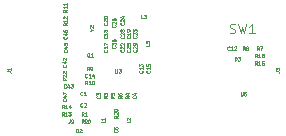
<source format=gbr>
%TF.GenerationSoftware,KiCad,Pcbnew,(7.0.0)*%
%TF.CreationDate,2023-08-10T15:11:27-07:00*%
%TF.ProjectId,Miniscope-v4-Wire-Free,4d696e69-7363-46f7-9065-2d76342d5769,rev?*%
%TF.SameCoordinates,Original*%
%TF.FileFunction,Other,ECO1*%
%FSLAX46Y46*%
G04 Gerber Fmt 4.6, Leading zero omitted, Abs format (unit mm)*
G04 Created by KiCad (PCBNEW (7.0.0)) date 2023-08-10 15:11:27*
%MOMM*%
%LPD*%
G01*
G04 APERTURE LIST*
%ADD10C,0.050000*%
%ADD11C,0.100000*%
%ADD12C,0.050038*%
G04 APERTURE END LIST*
D10*
%TO.C,J1*%
X80060214Y-64599999D02*
X80274500Y-64599999D01*
X80274500Y-64599999D02*
X80317357Y-64614284D01*
X80317357Y-64614284D02*
X80345928Y-64642856D01*
X80345928Y-64642856D02*
X80360214Y-64685713D01*
X80360214Y-64685713D02*
X80360214Y-64714284D01*
X80360214Y-64299999D02*
X80360214Y-64471428D01*
X80360214Y-64385713D02*
X80060214Y-64385713D01*
X80060214Y-64385713D02*
X80103071Y-64414285D01*
X80103071Y-64414285D02*
X80131642Y-64442856D01*
X80131642Y-64442856D02*
X80145928Y-64471428D01*
%TO.C,C2*%
X86438200Y-67549642D02*
X86423914Y-67563928D01*
X86423914Y-67563928D02*
X86381057Y-67578214D01*
X86381057Y-67578214D02*
X86352485Y-67578214D01*
X86352485Y-67578214D02*
X86309628Y-67563928D01*
X86309628Y-67563928D02*
X86281057Y-67535357D01*
X86281057Y-67535357D02*
X86266771Y-67506785D01*
X86266771Y-67506785D02*
X86252485Y-67449642D01*
X86252485Y-67449642D02*
X86252485Y-67406785D01*
X86252485Y-67406785D02*
X86266771Y-67349642D01*
X86266771Y-67349642D02*
X86281057Y-67321071D01*
X86281057Y-67321071D02*
X86309628Y-67292500D01*
X86309628Y-67292500D02*
X86352485Y-67278214D01*
X86352485Y-67278214D02*
X86381057Y-67278214D01*
X86381057Y-67278214D02*
X86423914Y-67292500D01*
X86423914Y-67292500D02*
X86438200Y-67306785D01*
X86552485Y-67306785D02*
X86566771Y-67292500D01*
X86566771Y-67292500D02*
X86595343Y-67278214D01*
X86595343Y-67278214D02*
X86666771Y-67278214D01*
X86666771Y-67278214D02*
X86695343Y-67292500D01*
X86695343Y-67292500D02*
X86709628Y-67306785D01*
X86709628Y-67306785D02*
X86723914Y-67335357D01*
X86723914Y-67335357D02*
X86723914Y-67363928D01*
X86723914Y-67363928D02*
X86709628Y-67406785D01*
X86709628Y-67406785D02*
X86538200Y-67578214D01*
X86538200Y-67578214D02*
X86723914Y-67578214D01*
%TO.C,C3*%
X87889042Y-66693199D02*
X87903328Y-66707485D01*
X87903328Y-66707485D02*
X87917614Y-66750342D01*
X87917614Y-66750342D02*
X87917614Y-66778914D01*
X87917614Y-66778914D02*
X87903328Y-66821771D01*
X87903328Y-66821771D02*
X87874757Y-66850342D01*
X87874757Y-66850342D02*
X87846185Y-66864628D01*
X87846185Y-66864628D02*
X87789042Y-66878914D01*
X87789042Y-66878914D02*
X87746185Y-66878914D01*
X87746185Y-66878914D02*
X87689042Y-66864628D01*
X87689042Y-66864628D02*
X87660471Y-66850342D01*
X87660471Y-66850342D02*
X87631900Y-66821771D01*
X87631900Y-66821771D02*
X87617614Y-66778914D01*
X87617614Y-66778914D02*
X87617614Y-66750342D01*
X87617614Y-66750342D02*
X87631900Y-66707485D01*
X87631900Y-66707485D02*
X87646185Y-66693199D01*
X87617614Y-66593199D02*
X87617614Y-66407485D01*
X87617614Y-66407485D02*
X87731900Y-66507485D01*
X87731900Y-66507485D02*
X87731900Y-66464628D01*
X87731900Y-66464628D02*
X87746185Y-66436057D01*
X87746185Y-66436057D02*
X87760471Y-66421771D01*
X87760471Y-66421771D02*
X87789042Y-66407485D01*
X87789042Y-66407485D02*
X87860471Y-66407485D01*
X87860471Y-66407485D02*
X87889042Y-66421771D01*
X87889042Y-66421771D02*
X87903328Y-66436057D01*
X87903328Y-66436057D02*
X87917614Y-66464628D01*
X87917614Y-66464628D02*
X87917614Y-66550342D01*
X87917614Y-66550342D02*
X87903328Y-66578914D01*
X87903328Y-66578914D02*
X87889042Y-66593199D01*
%TO.C,C4*%
X90938642Y-66692499D02*
X90952928Y-66706785D01*
X90952928Y-66706785D02*
X90967214Y-66749642D01*
X90967214Y-66749642D02*
X90967214Y-66778214D01*
X90967214Y-66778214D02*
X90952928Y-66821071D01*
X90952928Y-66821071D02*
X90924357Y-66849642D01*
X90924357Y-66849642D02*
X90895785Y-66863928D01*
X90895785Y-66863928D02*
X90838642Y-66878214D01*
X90838642Y-66878214D02*
X90795785Y-66878214D01*
X90795785Y-66878214D02*
X90738642Y-66863928D01*
X90738642Y-66863928D02*
X90710071Y-66849642D01*
X90710071Y-66849642D02*
X90681500Y-66821071D01*
X90681500Y-66821071D02*
X90667214Y-66778214D01*
X90667214Y-66778214D02*
X90667214Y-66749642D01*
X90667214Y-66749642D02*
X90681500Y-66706785D01*
X90681500Y-66706785D02*
X90695785Y-66692499D01*
X90767214Y-66435357D02*
X90967214Y-66435357D01*
X90652928Y-66506785D02*
X90867214Y-66578214D01*
X90867214Y-66578214D02*
X90867214Y-66392499D01*
%TO.C,C5*%
X89389242Y-69575399D02*
X89403528Y-69589685D01*
X89403528Y-69589685D02*
X89417814Y-69632542D01*
X89417814Y-69632542D02*
X89417814Y-69661114D01*
X89417814Y-69661114D02*
X89403528Y-69703971D01*
X89403528Y-69703971D02*
X89374957Y-69732542D01*
X89374957Y-69732542D02*
X89346385Y-69746828D01*
X89346385Y-69746828D02*
X89289242Y-69761114D01*
X89289242Y-69761114D02*
X89246385Y-69761114D01*
X89246385Y-69761114D02*
X89189242Y-69746828D01*
X89189242Y-69746828D02*
X89160671Y-69732542D01*
X89160671Y-69732542D02*
X89132100Y-69703971D01*
X89132100Y-69703971D02*
X89117814Y-69661114D01*
X89117814Y-69661114D02*
X89117814Y-69632542D01*
X89117814Y-69632542D02*
X89132100Y-69589685D01*
X89132100Y-69589685D02*
X89146385Y-69575399D01*
X89117814Y-69303971D02*
X89117814Y-69446828D01*
X89117814Y-69446828D02*
X89260671Y-69461114D01*
X89260671Y-69461114D02*
X89246385Y-69446828D01*
X89246385Y-69446828D02*
X89232100Y-69418257D01*
X89232100Y-69418257D02*
X89232100Y-69346828D01*
X89232100Y-69346828D02*
X89246385Y-69318257D01*
X89246385Y-69318257D02*
X89260671Y-69303971D01*
X89260671Y-69303971D02*
X89289242Y-69289685D01*
X89289242Y-69289685D02*
X89360671Y-69289685D01*
X89360671Y-69289685D02*
X89389242Y-69303971D01*
X89389242Y-69303971D02*
X89403528Y-69318257D01*
X89403528Y-69318257D02*
X89417814Y-69346828D01*
X89417814Y-69346828D02*
X89417814Y-69418257D01*
X89417814Y-69418257D02*
X89403528Y-69446828D01*
X89403528Y-69446828D02*
X89389242Y-69461114D01*
%TO.C,C12*%
X98889943Y-62752842D02*
X98875657Y-62767128D01*
X98875657Y-62767128D02*
X98832800Y-62781414D01*
X98832800Y-62781414D02*
X98804228Y-62781414D01*
X98804228Y-62781414D02*
X98761371Y-62767128D01*
X98761371Y-62767128D02*
X98732800Y-62738557D01*
X98732800Y-62738557D02*
X98718514Y-62709985D01*
X98718514Y-62709985D02*
X98704228Y-62652842D01*
X98704228Y-62652842D02*
X98704228Y-62609985D01*
X98704228Y-62609985D02*
X98718514Y-62552842D01*
X98718514Y-62552842D02*
X98732800Y-62524271D01*
X98732800Y-62524271D02*
X98761371Y-62495700D01*
X98761371Y-62495700D02*
X98804228Y-62481414D01*
X98804228Y-62481414D02*
X98832800Y-62481414D01*
X98832800Y-62481414D02*
X98875657Y-62495700D01*
X98875657Y-62495700D02*
X98889943Y-62509985D01*
X99175657Y-62781414D02*
X99004228Y-62781414D01*
X99089943Y-62781414D02*
X99089943Y-62481414D01*
X99089943Y-62481414D02*
X99061371Y-62524271D01*
X99061371Y-62524271D02*
X99032800Y-62552842D01*
X99032800Y-62552842D02*
X99004228Y-62567128D01*
X99289942Y-62509985D02*
X99304228Y-62495700D01*
X99304228Y-62495700D02*
X99332800Y-62481414D01*
X99332800Y-62481414D02*
X99404228Y-62481414D01*
X99404228Y-62481414D02*
X99432800Y-62495700D01*
X99432800Y-62495700D02*
X99447085Y-62509985D01*
X99447085Y-62509985D02*
X99461371Y-62538557D01*
X99461371Y-62538557D02*
X99461371Y-62567128D01*
X99461371Y-62567128D02*
X99447085Y-62609985D01*
X99447085Y-62609985D02*
X99275657Y-62781414D01*
X99275657Y-62781414D02*
X99461371Y-62781414D01*
%TO.C,C13*%
X91506342Y-64532656D02*
X91520628Y-64546942D01*
X91520628Y-64546942D02*
X91534914Y-64589799D01*
X91534914Y-64589799D02*
X91534914Y-64618371D01*
X91534914Y-64618371D02*
X91520628Y-64661228D01*
X91520628Y-64661228D02*
X91492057Y-64689799D01*
X91492057Y-64689799D02*
X91463485Y-64704085D01*
X91463485Y-64704085D02*
X91406342Y-64718371D01*
X91406342Y-64718371D02*
X91363485Y-64718371D01*
X91363485Y-64718371D02*
X91306342Y-64704085D01*
X91306342Y-64704085D02*
X91277771Y-64689799D01*
X91277771Y-64689799D02*
X91249200Y-64661228D01*
X91249200Y-64661228D02*
X91234914Y-64618371D01*
X91234914Y-64618371D02*
X91234914Y-64589799D01*
X91234914Y-64589799D02*
X91249200Y-64546942D01*
X91249200Y-64546942D02*
X91263485Y-64532656D01*
X91534914Y-64246942D02*
X91534914Y-64418371D01*
X91534914Y-64332656D02*
X91234914Y-64332656D01*
X91234914Y-64332656D02*
X91277771Y-64361228D01*
X91277771Y-64361228D02*
X91306342Y-64389799D01*
X91306342Y-64389799D02*
X91320628Y-64418371D01*
X91234914Y-64146942D02*
X91234914Y-63961228D01*
X91234914Y-63961228D02*
X91349200Y-64061228D01*
X91349200Y-64061228D02*
X91349200Y-64018371D01*
X91349200Y-64018371D02*
X91363485Y-63989800D01*
X91363485Y-63989800D02*
X91377771Y-63975514D01*
X91377771Y-63975514D02*
X91406342Y-63961228D01*
X91406342Y-63961228D02*
X91477771Y-63961228D01*
X91477771Y-63961228D02*
X91506342Y-63975514D01*
X91506342Y-63975514D02*
X91520628Y-63989800D01*
X91520628Y-63989800D02*
X91534914Y-64018371D01*
X91534914Y-64018371D02*
X91534914Y-64104085D01*
X91534914Y-64104085D02*
X91520628Y-64132657D01*
X91520628Y-64132657D02*
X91506342Y-64146942D01*
%TO.C,C17*%
X88500242Y-62758656D02*
X88514528Y-62772942D01*
X88514528Y-62772942D02*
X88528814Y-62815799D01*
X88528814Y-62815799D02*
X88528814Y-62844371D01*
X88528814Y-62844371D02*
X88514528Y-62887228D01*
X88514528Y-62887228D02*
X88485957Y-62915799D01*
X88485957Y-62915799D02*
X88457385Y-62930085D01*
X88457385Y-62930085D02*
X88400242Y-62944371D01*
X88400242Y-62944371D02*
X88357385Y-62944371D01*
X88357385Y-62944371D02*
X88300242Y-62930085D01*
X88300242Y-62930085D02*
X88271671Y-62915799D01*
X88271671Y-62915799D02*
X88243100Y-62887228D01*
X88243100Y-62887228D02*
X88228814Y-62844371D01*
X88228814Y-62844371D02*
X88228814Y-62815799D01*
X88228814Y-62815799D02*
X88243100Y-62772942D01*
X88243100Y-62772942D02*
X88257385Y-62758656D01*
X88528814Y-62472942D02*
X88528814Y-62644371D01*
X88528814Y-62558656D02*
X88228814Y-62558656D01*
X88228814Y-62558656D02*
X88271671Y-62587228D01*
X88271671Y-62587228D02*
X88300242Y-62615799D01*
X88300242Y-62615799D02*
X88314528Y-62644371D01*
X88228814Y-62372942D02*
X88228814Y-62172942D01*
X88228814Y-62172942D02*
X88528814Y-62301514D01*
%TO.C,C42*%
X85031642Y-64022856D02*
X85045928Y-64037142D01*
X85045928Y-64037142D02*
X85060214Y-64079999D01*
X85060214Y-64079999D02*
X85060214Y-64108571D01*
X85060214Y-64108571D02*
X85045928Y-64151428D01*
X85045928Y-64151428D02*
X85017357Y-64179999D01*
X85017357Y-64179999D02*
X84988785Y-64194285D01*
X84988785Y-64194285D02*
X84931642Y-64208571D01*
X84931642Y-64208571D02*
X84888785Y-64208571D01*
X84888785Y-64208571D02*
X84831642Y-64194285D01*
X84831642Y-64194285D02*
X84803071Y-64179999D01*
X84803071Y-64179999D02*
X84774500Y-64151428D01*
X84774500Y-64151428D02*
X84760214Y-64108571D01*
X84760214Y-64108571D02*
X84760214Y-64079999D01*
X84760214Y-64079999D02*
X84774500Y-64037142D01*
X84774500Y-64037142D02*
X84788785Y-64022856D01*
X84860214Y-63765714D02*
X85060214Y-63765714D01*
X84745928Y-63837142D02*
X84960214Y-63908571D01*
X84960214Y-63908571D02*
X84960214Y-63722856D01*
X84788785Y-63622857D02*
X84774500Y-63608571D01*
X84774500Y-63608571D02*
X84760214Y-63580000D01*
X84760214Y-63580000D02*
X84760214Y-63508571D01*
X84760214Y-63508571D02*
X84774500Y-63480000D01*
X84774500Y-63480000D02*
X84788785Y-63465714D01*
X84788785Y-63465714D02*
X84817357Y-63451428D01*
X84817357Y-63451428D02*
X84845928Y-63451428D01*
X84845928Y-63451428D02*
X84888785Y-63465714D01*
X84888785Y-63465714D02*
X85060214Y-63637142D01*
X85060214Y-63637142D02*
X85060214Y-63451428D01*
%TO.C,C43*%
X85042143Y-65951642D02*
X85027857Y-65965928D01*
X85027857Y-65965928D02*
X84985000Y-65980214D01*
X84985000Y-65980214D02*
X84956428Y-65980214D01*
X84956428Y-65980214D02*
X84913571Y-65965928D01*
X84913571Y-65965928D02*
X84885000Y-65937357D01*
X84885000Y-65937357D02*
X84870714Y-65908785D01*
X84870714Y-65908785D02*
X84856428Y-65851642D01*
X84856428Y-65851642D02*
X84856428Y-65808785D01*
X84856428Y-65808785D02*
X84870714Y-65751642D01*
X84870714Y-65751642D02*
X84885000Y-65723071D01*
X84885000Y-65723071D02*
X84913571Y-65694500D01*
X84913571Y-65694500D02*
X84956428Y-65680214D01*
X84956428Y-65680214D02*
X84985000Y-65680214D01*
X84985000Y-65680214D02*
X85027857Y-65694500D01*
X85027857Y-65694500D02*
X85042143Y-65708785D01*
X85299286Y-65780214D02*
X85299286Y-65980214D01*
X85227857Y-65665928D02*
X85156428Y-65880214D01*
X85156428Y-65880214D02*
X85342143Y-65880214D01*
X85427857Y-65680214D02*
X85613571Y-65680214D01*
X85613571Y-65680214D02*
X85513571Y-65794500D01*
X85513571Y-65794500D02*
X85556428Y-65794500D01*
X85556428Y-65794500D02*
X85585000Y-65808785D01*
X85585000Y-65808785D02*
X85599285Y-65823071D01*
X85599285Y-65823071D02*
X85613571Y-65851642D01*
X85613571Y-65851642D02*
X85613571Y-65923071D01*
X85613571Y-65923071D02*
X85599285Y-65951642D01*
X85599285Y-65951642D02*
X85585000Y-65965928D01*
X85585000Y-65965928D02*
X85556428Y-65980214D01*
X85556428Y-65980214D02*
X85470714Y-65980214D01*
X85470714Y-65980214D02*
X85442142Y-65965928D01*
X85442142Y-65965928D02*
X85427857Y-65951642D01*
%TO.C,C45*%
X85120442Y-62784056D02*
X85134728Y-62798342D01*
X85134728Y-62798342D02*
X85149014Y-62841199D01*
X85149014Y-62841199D02*
X85149014Y-62869771D01*
X85149014Y-62869771D02*
X85134728Y-62912628D01*
X85134728Y-62912628D02*
X85106157Y-62941199D01*
X85106157Y-62941199D02*
X85077585Y-62955485D01*
X85077585Y-62955485D02*
X85020442Y-62969771D01*
X85020442Y-62969771D02*
X84977585Y-62969771D01*
X84977585Y-62969771D02*
X84920442Y-62955485D01*
X84920442Y-62955485D02*
X84891871Y-62941199D01*
X84891871Y-62941199D02*
X84863300Y-62912628D01*
X84863300Y-62912628D02*
X84849014Y-62869771D01*
X84849014Y-62869771D02*
X84849014Y-62841199D01*
X84849014Y-62841199D02*
X84863300Y-62798342D01*
X84863300Y-62798342D02*
X84877585Y-62784056D01*
X84949014Y-62526914D02*
X85149014Y-62526914D01*
X84834728Y-62598342D02*
X85049014Y-62669771D01*
X85049014Y-62669771D02*
X85049014Y-62484056D01*
X84849014Y-62226914D02*
X84849014Y-62369771D01*
X84849014Y-62369771D02*
X84991871Y-62384057D01*
X84991871Y-62384057D02*
X84977585Y-62369771D01*
X84977585Y-62369771D02*
X84963300Y-62341200D01*
X84963300Y-62341200D02*
X84963300Y-62269771D01*
X84963300Y-62269771D02*
X84977585Y-62241200D01*
X84977585Y-62241200D02*
X84991871Y-62226914D01*
X84991871Y-62226914D02*
X85020442Y-62212628D01*
X85020442Y-62212628D02*
X85091871Y-62212628D01*
X85091871Y-62212628D02*
X85120442Y-62226914D01*
X85120442Y-62226914D02*
X85134728Y-62241200D01*
X85134728Y-62241200D02*
X85149014Y-62269771D01*
X85149014Y-62269771D02*
X85149014Y-62341200D01*
X85149014Y-62341200D02*
X85134728Y-62369771D01*
X85134728Y-62369771D02*
X85120442Y-62384057D01*
%TO.C,C46*%
X85095042Y-61641056D02*
X85109328Y-61655342D01*
X85109328Y-61655342D02*
X85123614Y-61698199D01*
X85123614Y-61698199D02*
X85123614Y-61726771D01*
X85123614Y-61726771D02*
X85109328Y-61769628D01*
X85109328Y-61769628D02*
X85080757Y-61798199D01*
X85080757Y-61798199D02*
X85052185Y-61812485D01*
X85052185Y-61812485D02*
X84995042Y-61826771D01*
X84995042Y-61826771D02*
X84952185Y-61826771D01*
X84952185Y-61826771D02*
X84895042Y-61812485D01*
X84895042Y-61812485D02*
X84866471Y-61798199D01*
X84866471Y-61798199D02*
X84837900Y-61769628D01*
X84837900Y-61769628D02*
X84823614Y-61726771D01*
X84823614Y-61726771D02*
X84823614Y-61698199D01*
X84823614Y-61698199D02*
X84837900Y-61655342D01*
X84837900Y-61655342D02*
X84852185Y-61641056D01*
X84923614Y-61383914D02*
X85123614Y-61383914D01*
X84809328Y-61455342D02*
X85023614Y-61526771D01*
X85023614Y-61526771D02*
X85023614Y-61341056D01*
X84823614Y-61098200D02*
X84823614Y-61155342D01*
X84823614Y-61155342D02*
X84837900Y-61183914D01*
X84837900Y-61183914D02*
X84852185Y-61198200D01*
X84852185Y-61198200D02*
X84895042Y-61226771D01*
X84895042Y-61226771D02*
X84952185Y-61241057D01*
X84952185Y-61241057D02*
X85066471Y-61241057D01*
X85066471Y-61241057D02*
X85095042Y-61226771D01*
X85095042Y-61226771D02*
X85109328Y-61212485D01*
X85109328Y-61212485D02*
X85123614Y-61183914D01*
X85123614Y-61183914D02*
X85123614Y-61126771D01*
X85123614Y-61126771D02*
X85109328Y-61098200D01*
X85109328Y-61098200D02*
X85095042Y-61083914D01*
X85095042Y-61083914D02*
X85066471Y-61069628D01*
X85066471Y-61069628D02*
X84995042Y-61069628D01*
X84995042Y-61069628D02*
X84966471Y-61083914D01*
X84966471Y-61083914D02*
X84952185Y-61098200D01*
X84952185Y-61098200D02*
X84937900Y-61126771D01*
X84937900Y-61126771D02*
X84937900Y-61183914D01*
X84937900Y-61183914D02*
X84952185Y-61212485D01*
X84952185Y-61212485D02*
X84966471Y-61226771D01*
X84966471Y-61226771D02*
X84995042Y-61241057D01*
%TO.C,C47*%
X85044242Y-66924256D02*
X85058528Y-66938542D01*
X85058528Y-66938542D02*
X85072814Y-66981399D01*
X85072814Y-66981399D02*
X85072814Y-67009971D01*
X85072814Y-67009971D02*
X85058528Y-67052828D01*
X85058528Y-67052828D02*
X85029957Y-67081399D01*
X85029957Y-67081399D02*
X85001385Y-67095685D01*
X85001385Y-67095685D02*
X84944242Y-67109971D01*
X84944242Y-67109971D02*
X84901385Y-67109971D01*
X84901385Y-67109971D02*
X84844242Y-67095685D01*
X84844242Y-67095685D02*
X84815671Y-67081399D01*
X84815671Y-67081399D02*
X84787100Y-67052828D01*
X84787100Y-67052828D02*
X84772814Y-67009971D01*
X84772814Y-67009971D02*
X84772814Y-66981399D01*
X84772814Y-66981399D02*
X84787100Y-66938542D01*
X84787100Y-66938542D02*
X84801385Y-66924256D01*
X84872814Y-66667114D02*
X85072814Y-66667114D01*
X84758528Y-66738542D02*
X84972814Y-66809971D01*
X84972814Y-66809971D02*
X84972814Y-66624256D01*
X84772814Y-66538542D02*
X84772814Y-66338542D01*
X84772814Y-66338542D02*
X85072814Y-66467114D01*
%TO.C,R1*%
X86536000Y-68340214D02*
X86436000Y-68197357D01*
X86364571Y-68340214D02*
X86364571Y-68040214D01*
X86364571Y-68040214D02*
X86478857Y-68040214D01*
X86478857Y-68040214D02*
X86507428Y-68054500D01*
X86507428Y-68054500D02*
X86521714Y-68068785D01*
X86521714Y-68068785D02*
X86536000Y-68097357D01*
X86536000Y-68097357D02*
X86536000Y-68140214D01*
X86536000Y-68140214D02*
X86521714Y-68168785D01*
X86521714Y-68168785D02*
X86507428Y-68183071D01*
X86507428Y-68183071D02*
X86478857Y-68197357D01*
X86478857Y-68197357D02*
X86364571Y-68197357D01*
X86821714Y-68340214D02*
X86650285Y-68340214D01*
X86736000Y-68340214D02*
X86736000Y-68040214D01*
X86736000Y-68040214D02*
X86707428Y-68083071D01*
X86707428Y-68083071D02*
X86678857Y-68111642D01*
X86678857Y-68111642D02*
X86650285Y-68125928D01*
%TO.C,R2*%
X86536000Y-68953614D02*
X86436000Y-68810757D01*
X86364571Y-68953614D02*
X86364571Y-68653614D01*
X86364571Y-68653614D02*
X86478857Y-68653614D01*
X86478857Y-68653614D02*
X86507428Y-68667900D01*
X86507428Y-68667900D02*
X86521714Y-68682185D01*
X86521714Y-68682185D02*
X86536000Y-68710757D01*
X86536000Y-68710757D02*
X86536000Y-68753614D01*
X86536000Y-68753614D02*
X86521714Y-68782185D01*
X86521714Y-68782185D02*
X86507428Y-68796471D01*
X86507428Y-68796471D02*
X86478857Y-68810757D01*
X86478857Y-68810757D02*
X86364571Y-68810757D01*
X86650285Y-68682185D02*
X86664571Y-68667900D01*
X86664571Y-68667900D02*
X86693143Y-68653614D01*
X86693143Y-68653614D02*
X86764571Y-68653614D01*
X86764571Y-68653614D02*
X86793143Y-68667900D01*
X86793143Y-68667900D02*
X86807428Y-68682185D01*
X86807428Y-68682185D02*
X86821714Y-68710757D01*
X86821714Y-68710757D02*
X86821714Y-68739328D01*
X86821714Y-68739328D02*
X86807428Y-68782185D01*
X86807428Y-68782185D02*
X86636000Y-68953614D01*
X86636000Y-68953614D02*
X86821714Y-68953614D01*
%TO.C,R3*%
X88528814Y-66692499D02*
X88385957Y-66792499D01*
X88528814Y-66863928D02*
X88228814Y-66863928D01*
X88228814Y-66863928D02*
X88228814Y-66749642D01*
X88228814Y-66749642D02*
X88243100Y-66721071D01*
X88243100Y-66721071D02*
X88257385Y-66706785D01*
X88257385Y-66706785D02*
X88285957Y-66692499D01*
X88285957Y-66692499D02*
X88328814Y-66692499D01*
X88328814Y-66692499D02*
X88357385Y-66706785D01*
X88357385Y-66706785D02*
X88371671Y-66721071D01*
X88371671Y-66721071D02*
X88385957Y-66749642D01*
X88385957Y-66749642D02*
X88385957Y-66863928D01*
X88228814Y-66592499D02*
X88228814Y-66406785D01*
X88228814Y-66406785D02*
X88343100Y-66506785D01*
X88343100Y-66506785D02*
X88343100Y-66463928D01*
X88343100Y-66463928D02*
X88357385Y-66435357D01*
X88357385Y-66435357D02*
X88371671Y-66421071D01*
X88371671Y-66421071D02*
X88400242Y-66406785D01*
X88400242Y-66406785D02*
X88471671Y-66406785D01*
X88471671Y-66406785D02*
X88500242Y-66421071D01*
X88500242Y-66421071D02*
X88514528Y-66435357D01*
X88514528Y-66435357D02*
X88528814Y-66463928D01*
X88528814Y-66463928D02*
X88528814Y-66549642D01*
X88528814Y-66549642D02*
X88514528Y-66578214D01*
X88514528Y-66578214D02*
X88500242Y-66592499D01*
%TO.C,R5*%
X89136814Y-66692499D02*
X88993957Y-66792499D01*
X89136814Y-66863928D02*
X88836814Y-66863928D01*
X88836814Y-66863928D02*
X88836814Y-66749642D01*
X88836814Y-66749642D02*
X88851100Y-66721071D01*
X88851100Y-66721071D02*
X88865385Y-66706785D01*
X88865385Y-66706785D02*
X88893957Y-66692499D01*
X88893957Y-66692499D02*
X88936814Y-66692499D01*
X88936814Y-66692499D02*
X88965385Y-66706785D01*
X88965385Y-66706785D02*
X88979671Y-66721071D01*
X88979671Y-66721071D02*
X88993957Y-66749642D01*
X88993957Y-66749642D02*
X88993957Y-66863928D01*
X88836814Y-66421071D02*
X88836814Y-66563928D01*
X88836814Y-66563928D02*
X88979671Y-66578214D01*
X88979671Y-66578214D02*
X88965385Y-66563928D01*
X88965385Y-66563928D02*
X88951100Y-66535357D01*
X88951100Y-66535357D02*
X88951100Y-66463928D01*
X88951100Y-66463928D02*
X88965385Y-66435357D01*
X88965385Y-66435357D02*
X88979671Y-66421071D01*
X88979671Y-66421071D02*
X89008242Y-66406785D01*
X89008242Y-66406785D02*
X89079671Y-66406785D01*
X89079671Y-66406785D02*
X89108242Y-66421071D01*
X89108242Y-66421071D02*
X89122528Y-66435357D01*
X89122528Y-66435357D02*
X89136814Y-66463928D01*
X89136814Y-66463928D02*
X89136814Y-66535357D01*
X89136814Y-66535357D02*
X89122528Y-66563928D01*
X89122528Y-66563928D02*
X89108242Y-66578214D01*
%TO.C,R6*%
X89748014Y-66692499D02*
X89605157Y-66792499D01*
X89748014Y-66863928D02*
X89448014Y-66863928D01*
X89448014Y-66863928D02*
X89448014Y-66749642D01*
X89448014Y-66749642D02*
X89462300Y-66721071D01*
X89462300Y-66721071D02*
X89476585Y-66706785D01*
X89476585Y-66706785D02*
X89505157Y-66692499D01*
X89505157Y-66692499D02*
X89548014Y-66692499D01*
X89548014Y-66692499D02*
X89576585Y-66706785D01*
X89576585Y-66706785D02*
X89590871Y-66721071D01*
X89590871Y-66721071D02*
X89605157Y-66749642D01*
X89605157Y-66749642D02*
X89605157Y-66863928D01*
X89448014Y-66435357D02*
X89448014Y-66492499D01*
X89448014Y-66492499D02*
X89462300Y-66521071D01*
X89462300Y-66521071D02*
X89476585Y-66535357D01*
X89476585Y-66535357D02*
X89519442Y-66563928D01*
X89519442Y-66563928D02*
X89576585Y-66578214D01*
X89576585Y-66578214D02*
X89690871Y-66578214D01*
X89690871Y-66578214D02*
X89719442Y-66563928D01*
X89719442Y-66563928D02*
X89733728Y-66549642D01*
X89733728Y-66549642D02*
X89748014Y-66521071D01*
X89748014Y-66521071D02*
X89748014Y-66463928D01*
X89748014Y-66463928D02*
X89733728Y-66435357D01*
X89733728Y-66435357D02*
X89719442Y-66421071D01*
X89719442Y-66421071D02*
X89690871Y-66406785D01*
X89690871Y-66406785D02*
X89619442Y-66406785D01*
X89619442Y-66406785D02*
X89590871Y-66421071D01*
X89590871Y-66421071D02*
X89576585Y-66435357D01*
X89576585Y-66435357D02*
X89562300Y-66463928D01*
X89562300Y-66463928D02*
X89562300Y-66521071D01*
X89562300Y-66521071D02*
X89576585Y-66549642D01*
X89576585Y-66549642D02*
X89590871Y-66563928D01*
X89590871Y-66563928D02*
X89619442Y-66578214D01*
%TO.C,R7*%
X101374000Y-62781414D02*
X101274000Y-62638557D01*
X101202571Y-62781414D02*
X101202571Y-62481414D01*
X101202571Y-62481414D02*
X101316857Y-62481414D01*
X101316857Y-62481414D02*
X101345428Y-62495700D01*
X101345428Y-62495700D02*
X101359714Y-62509985D01*
X101359714Y-62509985D02*
X101374000Y-62538557D01*
X101374000Y-62538557D02*
X101374000Y-62581414D01*
X101374000Y-62581414D02*
X101359714Y-62609985D01*
X101359714Y-62609985D02*
X101345428Y-62624271D01*
X101345428Y-62624271D02*
X101316857Y-62638557D01*
X101316857Y-62638557D02*
X101202571Y-62638557D01*
X101474000Y-62481414D02*
X101674000Y-62481414D01*
X101674000Y-62481414D02*
X101545428Y-62781414D01*
%TO.C,L2*%
X90484614Y-68762599D02*
X90484614Y-68905456D01*
X90484614Y-68905456D02*
X90184614Y-68905456D01*
X90213185Y-68676885D02*
X90198900Y-68662599D01*
X90198900Y-68662599D02*
X90184614Y-68634028D01*
X90184614Y-68634028D02*
X90184614Y-68562599D01*
X90184614Y-68562599D02*
X90198900Y-68534028D01*
X90198900Y-68534028D02*
X90213185Y-68519742D01*
X90213185Y-68519742D02*
X90241757Y-68505456D01*
X90241757Y-68505456D02*
X90270328Y-68505456D01*
X90270328Y-68505456D02*
X90313185Y-68519742D01*
X90313185Y-68519742D02*
X90484614Y-68691170D01*
X90484614Y-68691170D02*
X90484614Y-68505456D01*
%TO.C,C18*%
X88500242Y-61620056D02*
X88514528Y-61634342D01*
X88514528Y-61634342D02*
X88528814Y-61677199D01*
X88528814Y-61677199D02*
X88528814Y-61705771D01*
X88528814Y-61705771D02*
X88514528Y-61748628D01*
X88514528Y-61748628D02*
X88485957Y-61777199D01*
X88485957Y-61777199D02*
X88457385Y-61791485D01*
X88457385Y-61791485D02*
X88400242Y-61805771D01*
X88400242Y-61805771D02*
X88357385Y-61805771D01*
X88357385Y-61805771D02*
X88300242Y-61791485D01*
X88300242Y-61791485D02*
X88271671Y-61777199D01*
X88271671Y-61777199D02*
X88243100Y-61748628D01*
X88243100Y-61748628D02*
X88228814Y-61705771D01*
X88228814Y-61705771D02*
X88228814Y-61677199D01*
X88228814Y-61677199D02*
X88243100Y-61634342D01*
X88243100Y-61634342D02*
X88257385Y-61620056D01*
X88528814Y-61334342D02*
X88528814Y-61505771D01*
X88528814Y-61420056D02*
X88228814Y-61420056D01*
X88228814Y-61420056D02*
X88271671Y-61448628D01*
X88271671Y-61448628D02*
X88300242Y-61477199D01*
X88300242Y-61477199D02*
X88314528Y-61505771D01*
X88357385Y-61162914D02*
X88343100Y-61191485D01*
X88343100Y-61191485D02*
X88328814Y-61205771D01*
X88328814Y-61205771D02*
X88300242Y-61220057D01*
X88300242Y-61220057D02*
X88285957Y-61220057D01*
X88285957Y-61220057D02*
X88257385Y-61205771D01*
X88257385Y-61205771D02*
X88243100Y-61191485D01*
X88243100Y-61191485D02*
X88228814Y-61162914D01*
X88228814Y-61162914D02*
X88228814Y-61105771D01*
X88228814Y-61105771D02*
X88243100Y-61077200D01*
X88243100Y-61077200D02*
X88257385Y-61062914D01*
X88257385Y-61062914D02*
X88285957Y-61048628D01*
X88285957Y-61048628D02*
X88300242Y-61048628D01*
X88300242Y-61048628D02*
X88328814Y-61062914D01*
X88328814Y-61062914D02*
X88343100Y-61077200D01*
X88343100Y-61077200D02*
X88357385Y-61105771D01*
X88357385Y-61105771D02*
X88357385Y-61162914D01*
X88357385Y-61162914D02*
X88371671Y-61191485D01*
X88371671Y-61191485D02*
X88385957Y-61205771D01*
X88385957Y-61205771D02*
X88414528Y-61220057D01*
X88414528Y-61220057D02*
X88471671Y-61220057D01*
X88471671Y-61220057D02*
X88500242Y-61205771D01*
X88500242Y-61205771D02*
X88514528Y-61191485D01*
X88514528Y-61191485D02*
X88528814Y-61162914D01*
X88528814Y-61162914D02*
X88528814Y-61105771D01*
X88528814Y-61105771D02*
X88514528Y-61077200D01*
X88514528Y-61077200D02*
X88500242Y-61062914D01*
X88500242Y-61062914D02*
X88471671Y-61048628D01*
X88471671Y-61048628D02*
X88414528Y-61048628D01*
X88414528Y-61048628D02*
X88385957Y-61062914D01*
X88385957Y-61062914D02*
X88371671Y-61077200D01*
X88371671Y-61077200D02*
X88357385Y-61105771D01*
%TO.C,C23*%
X90989442Y-61615656D02*
X91003728Y-61629942D01*
X91003728Y-61629942D02*
X91018014Y-61672799D01*
X91018014Y-61672799D02*
X91018014Y-61701371D01*
X91018014Y-61701371D02*
X91003728Y-61744228D01*
X91003728Y-61744228D02*
X90975157Y-61772799D01*
X90975157Y-61772799D02*
X90946585Y-61787085D01*
X90946585Y-61787085D02*
X90889442Y-61801371D01*
X90889442Y-61801371D02*
X90846585Y-61801371D01*
X90846585Y-61801371D02*
X90789442Y-61787085D01*
X90789442Y-61787085D02*
X90760871Y-61772799D01*
X90760871Y-61772799D02*
X90732300Y-61744228D01*
X90732300Y-61744228D02*
X90718014Y-61701371D01*
X90718014Y-61701371D02*
X90718014Y-61672799D01*
X90718014Y-61672799D02*
X90732300Y-61629942D01*
X90732300Y-61629942D02*
X90746585Y-61615656D01*
X90746585Y-61501371D02*
X90732300Y-61487085D01*
X90732300Y-61487085D02*
X90718014Y-61458514D01*
X90718014Y-61458514D02*
X90718014Y-61387085D01*
X90718014Y-61387085D02*
X90732300Y-61358514D01*
X90732300Y-61358514D02*
X90746585Y-61344228D01*
X90746585Y-61344228D02*
X90775157Y-61329942D01*
X90775157Y-61329942D02*
X90803728Y-61329942D01*
X90803728Y-61329942D02*
X90846585Y-61344228D01*
X90846585Y-61344228D02*
X91018014Y-61515656D01*
X91018014Y-61515656D02*
X91018014Y-61329942D01*
X90718014Y-61229942D02*
X90718014Y-61044228D01*
X90718014Y-61044228D02*
X90832300Y-61144228D01*
X90832300Y-61144228D02*
X90832300Y-61101371D01*
X90832300Y-61101371D02*
X90846585Y-61072800D01*
X90846585Y-61072800D02*
X90860871Y-61058514D01*
X90860871Y-61058514D02*
X90889442Y-61044228D01*
X90889442Y-61044228D02*
X90960871Y-61044228D01*
X90960871Y-61044228D02*
X90989442Y-61058514D01*
X90989442Y-61058514D02*
X91003728Y-61072800D01*
X91003728Y-61072800D02*
X91018014Y-61101371D01*
X91018014Y-61101371D02*
X91018014Y-61187085D01*
X91018014Y-61187085D02*
X91003728Y-61215657D01*
X91003728Y-61215657D02*
X90989442Y-61229942D01*
%TO.C,C29*%
X90989442Y-62758656D02*
X91003728Y-62772942D01*
X91003728Y-62772942D02*
X91018014Y-62815799D01*
X91018014Y-62815799D02*
X91018014Y-62844371D01*
X91018014Y-62844371D02*
X91003728Y-62887228D01*
X91003728Y-62887228D02*
X90975157Y-62915799D01*
X90975157Y-62915799D02*
X90946585Y-62930085D01*
X90946585Y-62930085D02*
X90889442Y-62944371D01*
X90889442Y-62944371D02*
X90846585Y-62944371D01*
X90846585Y-62944371D02*
X90789442Y-62930085D01*
X90789442Y-62930085D02*
X90760871Y-62915799D01*
X90760871Y-62915799D02*
X90732300Y-62887228D01*
X90732300Y-62887228D02*
X90718014Y-62844371D01*
X90718014Y-62844371D02*
X90718014Y-62815799D01*
X90718014Y-62815799D02*
X90732300Y-62772942D01*
X90732300Y-62772942D02*
X90746585Y-62758656D01*
X90746585Y-62644371D02*
X90732300Y-62630085D01*
X90732300Y-62630085D02*
X90718014Y-62601514D01*
X90718014Y-62601514D02*
X90718014Y-62530085D01*
X90718014Y-62530085D02*
X90732300Y-62501514D01*
X90732300Y-62501514D02*
X90746585Y-62487228D01*
X90746585Y-62487228D02*
X90775157Y-62472942D01*
X90775157Y-62472942D02*
X90803728Y-62472942D01*
X90803728Y-62472942D02*
X90846585Y-62487228D01*
X90846585Y-62487228D02*
X91018014Y-62658656D01*
X91018014Y-62658656D02*
X91018014Y-62472942D01*
X91018014Y-62330085D02*
X91018014Y-62272942D01*
X91018014Y-62272942D02*
X91003728Y-62244371D01*
X91003728Y-62244371D02*
X90989442Y-62230085D01*
X90989442Y-62230085D02*
X90946585Y-62201514D01*
X90946585Y-62201514D02*
X90889442Y-62187228D01*
X90889442Y-62187228D02*
X90775157Y-62187228D01*
X90775157Y-62187228D02*
X90746585Y-62201514D01*
X90746585Y-62201514D02*
X90732300Y-62215800D01*
X90732300Y-62215800D02*
X90718014Y-62244371D01*
X90718014Y-62244371D02*
X90718014Y-62301514D01*
X90718014Y-62301514D02*
X90732300Y-62330085D01*
X90732300Y-62330085D02*
X90746585Y-62344371D01*
X90746585Y-62344371D02*
X90775157Y-62358657D01*
X90775157Y-62358657D02*
X90846585Y-62358657D01*
X90846585Y-62358657D02*
X90875157Y-62344371D01*
X90875157Y-62344371D02*
X90889442Y-62330085D01*
X90889442Y-62330085D02*
X90903728Y-62301514D01*
X90903728Y-62301514D02*
X90903728Y-62244371D01*
X90903728Y-62244371D02*
X90889442Y-62215800D01*
X90889442Y-62215800D02*
X90875157Y-62201514D01*
X90875157Y-62201514D02*
X90846585Y-62187228D01*
%TO.C,C19*%
X90456042Y-61615656D02*
X90470328Y-61629942D01*
X90470328Y-61629942D02*
X90484614Y-61672799D01*
X90484614Y-61672799D02*
X90484614Y-61701371D01*
X90484614Y-61701371D02*
X90470328Y-61744228D01*
X90470328Y-61744228D02*
X90441757Y-61772799D01*
X90441757Y-61772799D02*
X90413185Y-61787085D01*
X90413185Y-61787085D02*
X90356042Y-61801371D01*
X90356042Y-61801371D02*
X90313185Y-61801371D01*
X90313185Y-61801371D02*
X90256042Y-61787085D01*
X90256042Y-61787085D02*
X90227471Y-61772799D01*
X90227471Y-61772799D02*
X90198900Y-61744228D01*
X90198900Y-61744228D02*
X90184614Y-61701371D01*
X90184614Y-61701371D02*
X90184614Y-61672799D01*
X90184614Y-61672799D02*
X90198900Y-61629942D01*
X90198900Y-61629942D02*
X90213185Y-61615656D01*
X90484614Y-61329942D02*
X90484614Y-61501371D01*
X90484614Y-61415656D02*
X90184614Y-61415656D01*
X90184614Y-61415656D02*
X90227471Y-61444228D01*
X90227471Y-61444228D02*
X90256042Y-61472799D01*
X90256042Y-61472799D02*
X90270328Y-61501371D01*
X90484614Y-61187085D02*
X90484614Y-61129942D01*
X90484614Y-61129942D02*
X90470328Y-61101371D01*
X90470328Y-61101371D02*
X90456042Y-61087085D01*
X90456042Y-61087085D02*
X90413185Y-61058514D01*
X90413185Y-61058514D02*
X90356042Y-61044228D01*
X90356042Y-61044228D02*
X90241757Y-61044228D01*
X90241757Y-61044228D02*
X90213185Y-61058514D01*
X90213185Y-61058514D02*
X90198900Y-61072800D01*
X90198900Y-61072800D02*
X90184614Y-61101371D01*
X90184614Y-61101371D02*
X90184614Y-61158514D01*
X90184614Y-61158514D02*
X90198900Y-61187085D01*
X90198900Y-61187085D02*
X90213185Y-61201371D01*
X90213185Y-61201371D02*
X90241757Y-61215657D01*
X90241757Y-61215657D02*
X90313185Y-61215657D01*
X90313185Y-61215657D02*
X90341757Y-61201371D01*
X90341757Y-61201371D02*
X90356042Y-61187085D01*
X90356042Y-61187085D02*
X90370328Y-61158514D01*
X90370328Y-61158514D02*
X90370328Y-61101371D01*
X90370328Y-61101371D02*
X90356042Y-61072800D01*
X90356042Y-61072800D02*
X90341757Y-61058514D01*
X90341757Y-61058514D02*
X90313185Y-61044228D01*
%TO.C,C22*%
X89922642Y-62758656D02*
X89936928Y-62772942D01*
X89936928Y-62772942D02*
X89951214Y-62815799D01*
X89951214Y-62815799D02*
X89951214Y-62844371D01*
X89951214Y-62844371D02*
X89936928Y-62887228D01*
X89936928Y-62887228D02*
X89908357Y-62915799D01*
X89908357Y-62915799D02*
X89879785Y-62930085D01*
X89879785Y-62930085D02*
X89822642Y-62944371D01*
X89822642Y-62944371D02*
X89779785Y-62944371D01*
X89779785Y-62944371D02*
X89722642Y-62930085D01*
X89722642Y-62930085D02*
X89694071Y-62915799D01*
X89694071Y-62915799D02*
X89665500Y-62887228D01*
X89665500Y-62887228D02*
X89651214Y-62844371D01*
X89651214Y-62844371D02*
X89651214Y-62815799D01*
X89651214Y-62815799D02*
X89665500Y-62772942D01*
X89665500Y-62772942D02*
X89679785Y-62758656D01*
X89679785Y-62644371D02*
X89665500Y-62630085D01*
X89665500Y-62630085D02*
X89651214Y-62601514D01*
X89651214Y-62601514D02*
X89651214Y-62530085D01*
X89651214Y-62530085D02*
X89665500Y-62501514D01*
X89665500Y-62501514D02*
X89679785Y-62487228D01*
X89679785Y-62487228D02*
X89708357Y-62472942D01*
X89708357Y-62472942D02*
X89736928Y-62472942D01*
X89736928Y-62472942D02*
X89779785Y-62487228D01*
X89779785Y-62487228D02*
X89951214Y-62658656D01*
X89951214Y-62658656D02*
X89951214Y-62472942D01*
X89679785Y-62358657D02*
X89665500Y-62344371D01*
X89665500Y-62344371D02*
X89651214Y-62315800D01*
X89651214Y-62315800D02*
X89651214Y-62244371D01*
X89651214Y-62244371D02*
X89665500Y-62215800D01*
X89665500Y-62215800D02*
X89679785Y-62201514D01*
X89679785Y-62201514D02*
X89708357Y-62187228D01*
X89708357Y-62187228D02*
X89736928Y-62187228D01*
X89736928Y-62187228D02*
X89779785Y-62201514D01*
X89779785Y-62201514D02*
X89951214Y-62372942D01*
X89951214Y-62372942D02*
X89951214Y-62187228D01*
%TO.C,C25*%
X90456042Y-62758656D02*
X90470328Y-62772942D01*
X90470328Y-62772942D02*
X90484614Y-62815799D01*
X90484614Y-62815799D02*
X90484614Y-62844371D01*
X90484614Y-62844371D02*
X90470328Y-62887228D01*
X90470328Y-62887228D02*
X90441757Y-62915799D01*
X90441757Y-62915799D02*
X90413185Y-62930085D01*
X90413185Y-62930085D02*
X90356042Y-62944371D01*
X90356042Y-62944371D02*
X90313185Y-62944371D01*
X90313185Y-62944371D02*
X90256042Y-62930085D01*
X90256042Y-62930085D02*
X90227471Y-62915799D01*
X90227471Y-62915799D02*
X90198900Y-62887228D01*
X90198900Y-62887228D02*
X90184614Y-62844371D01*
X90184614Y-62844371D02*
X90184614Y-62815799D01*
X90184614Y-62815799D02*
X90198900Y-62772942D01*
X90198900Y-62772942D02*
X90213185Y-62758656D01*
X90213185Y-62644371D02*
X90198900Y-62630085D01*
X90198900Y-62630085D02*
X90184614Y-62601514D01*
X90184614Y-62601514D02*
X90184614Y-62530085D01*
X90184614Y-62530085D02*
X90198900Y-62501514D01*
X90198900Y-62501514D02*
X90213185Y-62487228D01*
X90213185Y-62487228D02*
X90241757Y-62472942D01*
X90241757Y-62472942D02*
X90270328Y-62472942D01*
X90270328Y-62472942D02*
X90313185Y-62487228D01*
X90313185Y-62487228D02*
X90484614Y-62658656D01*
X90484614Y-62658656D02*
X90484614Y-62472942D01*
X90184614Y-62201514D02*
X90184614Y-62344371D01*
X90184614Y-62344371D02*
X90327471Y-62358657D01*
X90327471Y-62358657D02*
X90313185Y-62344371D01*
X90313185Y-62344371D02*
X90298900Y-62315800D01*
X90298900Y-62315800D02*
X90298900Y-62244371D01*
X90298900Y-62244371D02*
X90313185Y-62215800D01*
X90313185Y-62215800D02*
X90327471Y-62201514D01*
X90327471Y-62201514D02*
X90356042Y-62187228D01*
X90356042Y-62187228D02*
X90427471Y-62187228D01*
X90427471Y-62187228D02*
X90456042Y-62201514D01*
X90456042Y-62201514D02*
X90470328Y-62215800D01*
X90470328Y-62215800D02*
X90484614Y-62244371D01*
X90484614Y-62244371D02*
X90484614Y-62315800D01*
X90484614Y-62315800D02*
X90470328Y-62344371D01*
X90470328Y-62344371D02*
X90456042Y-62358657D01*
%TO.C,C26*%
X89211442Y-60663656D02*
X89225728Y-60677942D01*
X89225728Y-60677942D02*
X89240014Y-60720799D01*
X89240014Y-60720799D02*
X89240014Y-60749371D01*
X89240014Y-60749371D02*
X89225728Y-60792228D01*
X89225728Y-60792228D02*
X89197157Y-60820799D01*
X89197157Y-60820799D02*
X89168585Y-60835085D01*
X89168585Y-60835085D02*
X89111442Y-60849371D01*
X89111442Y-60849371D02*
X89068585Y-60849371D01*
X89068585Y-60849371D02*
X89011442Y-60835085D01*
X89011442Y-60835085D02*
X88982871Y-60820799D01*
X88982871Y-60820799D02*
X88954300Y-60792228D01*
X88954300Y-60792228D02*
X88940014Y-60749371D01*
X88940014Y-60749371D02*
X88940014Y-60720799D01*
X88940014Y-60720799D02*
X88954300Y-60677942D01*
X88954300Y-60677942D02*
X88968585Y-60663656D01*
X88968585Y-60549371D02*
X88954300Y-60535085D01*
X88954300Y-60535085D02*
X88940014Y-60506514D01*
X88940014Y-60506514D02*
X88940014Y-60435085D01*
X88940014Y-60435085D02*
X88954300Y-60406514D01*
X88954300Y-60406514D02*
X88968585Y-60392228D01*
X88968585Y-60392228D02*
X88997157Y-60377942D01*
X88997157Y-60377942D02*
X89025728Y-60377942D01*
X89025728Y-60377942D02*
X89068585Y-60392228D01*
X89068585Y-60392228D02*
X89240014Y-60563656D01*
X89240014Y-60563656D02*
X89240014Y-60377942D01*
X88940014Y-60120800D02*
X88940014Y-60177942D01*
X88940014Y-60177942D02*
X88954300Y-60206514D01*
X88954300Y-60206514D02*
X88968585Y-60220800D01*
X88968585Y-60220800D02*
X89011442Y-60249371D01*
X89011442Y-60249371D02*
X89068585Y-60263657D01*
X89068585Y-60263657D02*
X89182871Y-60263657D01*
X89182871Y-60263657D02*
X89211442Y-60249371D01*
X89211442Y-60249371D02*
X89225728Y-60235085D01*
X89225728Y-60235085D02*
X89240014Y-60206514D01*
X89240014Y-60206514D02*
X89240014Y-60149371D01*
X89240014Y-60149371D02*
X89225728Y-60120800D01*
X89225728Y-60120800D02*
X89211442Y-60106514D01*
X89211442Y-60106514D02*
X89182871Y-60092228D01*
X89182871Y-60092228D02*
X89111442Y-60092228D01*
X89111442Y-60092228D02*
X89082871Y-60106514D01*
X89082871Y-60106514D02*
X89068585Y-60120800D01*
X89068585Y-60120800D02*
X89054300Y-60149371D01*
X89054300Y-60149371D02*
X89054300Y-60206514D01*
X89054300Y-60206514D02*
X89068585Y-60235085D01*
X89068585Y-60235085D02*
X89082871Y-60249371D01*
X89082871Y-60249371D02*
X89111442Y-60263657D01*
%TO.C,C28*%
X89922642Y-61615656D02*
X89936928Y-61629942D01*
X89936928Y-61629942D02*
X89951214Y-61672799D01*
X89951214Y-61672799D02*
X89951214Y-61701371D01*
X89951214Y-61701371D02*
X89936928Y-61744228D01*
X89936928Y-61744228D02*
X89908357Y-61772799D01*
X89908357Y-61772799D02*
X89879785Y-61787085D01*
X89879785Y-61787085D02*
X89822642Y-61801371D01*
X89822642Y-61801371D02*
X89779785Y-61801371D01*
X89779785Y-61801371D02*
X89722642Y-61787085D01*
X89722642Y-61787085D02*
X89694071Y-61772799D01*
X89694071Y-61772799D02*
X89665500Y-61744228D01*
X89665500Y-61744228D02*
X89651214Y-61701371D01*
X89651214Y-61701371D02*
X89651214Y-61672799D01*
X89651214Y-61672799D02*
X89665500Y-61629942D01*
X89665500Y-61629942D02*
X89679785Y-61615656D01*
X89679785Y-61501371D02*
X89665500Y-61487085D01*
X89665500Y-61487085D02*
X89651214Y-61458514D01*
X89651214Y-61458514D02*
X89651214Y-61387085D01*
X89651214Y-61387085D02*
X89665500Y-61358514D01*
X89665500Y-61358514D02*
X89679785Y-61344228D01*
X89679785Y-61344228D02*
X89708357Y-61329942D01*
X89708357Y-61329942D02*
X89736928Y-61329942D01*
X89736928Y-61329942D02*
X89779785Y-61344228D01*
X89779785Y-61344228D02*
X89951214Y-61515656D01*
X89951214Y-61515656D02*
X89951214Y-61329942D01*
X89779785Y-61158514D02*
X89765500Y-61187085D01*
X89765500Y-61187085D02*
X89751214Y-61201371D01*
X89751214Y-61201371D02*
X89722642Y-61215657D01*
X89722642Y-61215657D02*
X89708357Y-61215657D01*
X89708357Y-61215657D02*
X89679785Y-61201371D01*
X89679785Y-61201371D02*
X89665500Y-61187085D01*
X89665500Y-61187085D02*
X89651214Y-61158514D01*
X89651214Y-61158514D02*
X89651214Y-61101371D01*
X89651214Y-61101371D02*
X89665500Y-61072800D01*
X89665500Y-61072800D02*
X89679785Y-61058514D01*
X89679785Y-61058514D02*
X89708357Y-61044228D01*
X89708357Y-61044228D02*
X89722642Y-61044228D01*
X89722642Y-61044228D02*
X89751214Y-61058514D01*
X89751214Y-61058514D02*
X89765500Y-61072800D01*
X89765500Y-61072800D02*
X89779785Y-61101371D01*
X89779785Y-61101371D02*
X89779785Y-61158514D01*
X89779785Y-61158514D02*
X89794071Y-61187085D01*
X89794071Y-61187085D02*
X89808357Y-61201371D01*
X89808357Y-61201371D02*
X89836928Y-61215657D01*
X89836928Y-61215657D02*
X89894071Y-61215657D01*
X89894071Y-61215657D02*
X89922642Y-61201371D01*
X89922642Y-61201371D02*
X89936928Y-61187085D01*
X89936928Y-61187085D02*
X89951214Y-61158514D01*
X89951214Y-61158514D02*
X89951214Y-61101371D01*
X89951214Y-61101371D02*
X89936928Y-61072800D01*
X89936928Y-61072800D02*
X89922642Y-61058514D01*
X89922642Y-61058514D02*
X89894071Y-61044228D01*
X89894071Y-61044228D02*
X89836928Y-61044228D01*
X89836928Y-61044228D02*
X89808357Y-61058514D01*
X89808357Y-61058514D02*
X89794071Y-61072800D01*
X89794071Y-61072800D02*
X89779785Y-61101371D01*
%TO.C,C35*%
X89211442Y-62453856D02*
X89225728Y-62468142D01*
X89225728Y-62468142D02*
X89240014Y-62510999D01*
X89240014Y-62510999D02*
X89240014Y-62539571D01*
X89240014Y-62539571D02*
X89225728Y-62582428D01*
X89225728Y-62582428D02*
X89197157Y-62610999D01*
X89197157Y-62610999D02*
X89168585Y-62625285D01*
X89168585Y-62625285D02*
X89111442Y-62639571D01*
X89111442Y-62639571D02*
X89068585Y-62639571D01*
X89068585Y-62639571D02*
X89011442Y-62625285D01*
X89011442Y-62625285D02*
X88982871Y-62610999D01*
X88982871Y-62610999D02*
X88954300Y-62582428D01*
X88954300Y-62582428D02*
X88940014Y-62539571D01*
X88940014Y-62539571D02*
X88940014Y-62510999D01*
X88940014Y-62510999D02*
X88954300Y-62468142D01*
X88954300Y-62468142D02*
X88968585Y-62453856D01*
X88940014Y-62353856D02*
X88940014Y-62168142D01*
X88940014Y-62168142D02*
X89054300Y-62268142D01*
X89054300Y-62268142D02*
X89054300Y-62225285D01*
X89054300Y-62225285D02*
X89068585Y-62196714D01*
X89068585Y-62196714D02*
X89082871Y-62182428D01*
X89082871Y-62182428D02*
X89111442Y-62168142D01*
X89111442Y-62168142D02*
X89182871Y-62168142D01*
X89182871Y-62168142D02*
X89211442Y-62182428D01*
X89211442Y-62182428D02*
X89225728Y-62196714D01*
X89225728Y-62196714D02*
X89240014Y-62225285D01*
X89240014Y-62225285D02*
X89240014Y-62310999D01*
X89240014Y-62310999D02*
X89225728Y-62339571D01*
X89225728Y-62339571D02*
X89211442Y-62353856D01*
X88940014Y-61896714D02*
X88940014Y-62039571D01*
X88940014Y-62039571D02*
X89082871Y-62053857D01*
X89082871Y-62053857D02*
X89068585Y-62039571D01*
X89068585Y-62039571D02*
X89054300Y-62011000D01*
X89054300Y-62011000D02*
X89054300Y-61939571D01*
X89054300Y-61939571D02*
X89068585Y-61911000D01*
X89068585Y-61911000D02*
X89082871Y-61896714D01*
X89082871Y-61896714D02*
X89111442Y-61882428D01*
X89111442Y-61882428D02*
X89182871Y-61882428D01*
X89182871Y-61882428D02*
X89211442Y-61896714D01*
X89211442Y-61896714D02*
X89225728Y-61911000D01*
X89225728Y-61911000D02*
X89240014Y-61939571D01*
X89240014Y-61939571D02*
X89240014Y-62011000D01*
X89240014Y-62011000D02*
X89225728Y-62039571D01*
X89225728Y-62039571D02*
X89211442Y-62053857D01*
%TO.C,L3*%
X91578400Y-60098614D02*
X91435543Y-60098614D01*
X91435543Y-60098614D02*
X91435543Y-59798614D01*
X91649829Y-59798614D02*
X91835543Y-59798614D01*
X91835543Y-59798614D02*
X91735543Y-59912900D01*
X91735543Y-59912900D02*
X91778400Y-59912900D01*
X91778400Y-59912900D02*
X91806972Y-59927185D01*
X91806972Y-59927185D02*
X91821257Y-59941471D01*
X91821257Y-59941471D02*
X91835543Y-59970042D01*
X91835543Y-59970042D02*
X91835543Y-60041471D01*
X91835543Y-60041471D02*
X91821257Y-60070042D01*
X91821257Y-60070042D02*
X91806972Y-60084328D01*
X91806972Y-60084328D02*
X91778400Y-60098614D01*
X91778400Y-60098614D02*
X91692686Y-60098614D01*
X91692686Y-60098614D02*
X91664114Y-60084328D01*
X91664114Y-60084328D02*
X91649829Y-60070042D01*
%TO.C,R11*%
X85123614Y-59378616D02*
X84980757Y-59478616D01*
X85123614Y-59550045D02*
X84823614Y-59550045D01*
X84823614Y-59550045D02*
X84823614Y-59435759D01*
X84823614Y-59435759D02*
X84837900Y-59407188D01*
X84837900Y-59407188D02*
X84852185Y-59392902D01*
X84852185Y-59392902D02*
X84880757Y-59378616D01*
X84880757Y-59378616D02*
X84923614Y-59378616D01*
X84923614Y-59378616D02*
X84952185Y-59392902D01*
X84952185Y-59392902D02*
X84966471Y-59407188D01*
X84966471Y-59407188D02*
X84980757Y-59435759D01*
X84980757Y-59435759D02*
X84980757Y-59550045D01*
X85123614Y-59092902D02*
X85123614Y-59264331D01*
X85123614Y-59178616D02*
X84823614Y-59178616D01*
X84823614Y-59178616D02*
X84866471Y-59207188D01*
X84866471Y-59207188D02*
X84895042Y-59235759D01*
X84895042Y-59235759D02*
X84909328Y-59264331D01*
X85123614Y-58807188D02*
X85123614Y-58978617D01*
X85123614Y-58892902D02*
X84823614Y-58892902D01*
X84823614Y-58892902D02*
X84866471Y-58921474D01*
X84866471Y-58921474D02*
X84895042Y-58950045D01*
X84895042Y-58950045D02*
X84909328Y-58978617D01*
%TO.C,R12*%
X85118534Y-60511456D02*
X84975677Y-60611456D01*
X85118534Y-60682885D02*
X84818534Y-60682885D01*
X84818534Y-60682885D02*
X84818534Y-60568599D01*
X84818534Y-60568599D02*
X84832820Y-60540028D01*
X84832820Y-60540028D02*
X84847105Y-60525742D01*
X84847105Y-60525742D02*
X84875677Y-60511456D01*
X84875677Y-60511456D02*
X84918534Y-60511456D01*
X84918534Y-60511456D02*
X84947105Y-60525742D01*
X84947105Y-60525742D02*
X84961391Y-60540028D01*
X84961391Y-60540028D02*
X84975677Y-60568599D01*
X84975677Y-60568599D02*
X84975677Y-60682885D01*
X85118534Y-60225742D02*
X85118534Y-60397171D01*
X85118534Y-60311456D02*
X84818534Y-60311456D01*
X84818534Y-60311456D02*
X84861391Y-60340028D01*
X84861391Y-60340028D02*
X84889962Y-60368599D01*
X84889962Y-60368599D02*
X84904248Y-60397171D01*
X84847105Y-60111457D02*
X84832820Y-60097171D01*
X84832820Y-60097171D02*
X84818534Y-60068600D01*
X84818534Y-60068600D02*
X84818534Y-59997171D01*
X84818534Y-59997171D02*
X84832820Y-59968600D01*
X84832820Y-59968600D02*
X84847105Y-59954314D01*
X84847105Y-59954314D02*
X84875677Y-59940028D01*
X84875677Y-59940028D02*
X84904248Y-59940028D01*
X84904248Y-59940028D02*
X84947105Y-59954314D01*
X84947105Y-59954314D02*
X85118534Y-60125742D01*
X85118534Y-60125742D02*
X85118534Y-59940028D01*
%TO.C,R13*%
X84869143Y-68340214D02*
X84769143Y-68197357D01*
X84697714Y-68340214D02*
X84697714Y-68040214D01*
X84697714Y-68040214D02*
X84812000Y-68040214D01*
X84812000Y-68040214D02*
X84840571Y-68054500D01*
X84840571Y-68054500D02*
X84854857Y-68068785D01*
X84854857Y-68068785D02*
X84869143Y-68097357D01*
X84869143Y-68097357D02*
X84869143Y-68140214D01*
X84869143Y-68140214D02*
X84854857Y-68168785D01*
X84854857Y-68168785D02*
X84840571Y-68183071D01*
X84840571Y-68183071D02*
X84812000Y-68197357D01*
X84812000Y-68197357D02*
X84697714Y-68197357D01*
X85154857Y-68340214D02*
X84983428Y-68340214D01*
X85069143Y-68340214D02*
X85069143Y-68040214D01*
X85069143Y-68040214D02*
X85040571Y-68083071D01*
X85040571Y-68083071D02*
X85012000Y-68111642D01*
X85012000Y-68111642D02*
X84983428Y-68125928D01*
X85254857Y-68040214D02*
X85440571Y-68040214D01*
X85440571Y-68040214D02*
X85340571Y-68154500D01*
X85340571Y-68154500D02*
X85383428Y-68154500D01*
X85383428Y-68154500D02*
X85412000Y-68168785D01*
X85412000Y-68168785D02*
X85426285Y-68183071D01*
X85426285Y-68183071D02*
X85440571Y-68211642D01*
X85440571Y-68211642D02*
X85440571Y-68283071D01*
X85440571Y-68283071D02*
X85426285Y-68311642D01*
X85426285Y-68311642D02*
X85412000Y-68325928D01*
X85412000Y-68325928D02*
X85383428Y-68340214D01*
X85383428Y-68340214D02*
X85297714Y-68340214D01*
X85297714Y-68340214D02*
X85269142Y-68325928D01*
X85269142Y-68325928D02*
X85254857Y-68311642D01*
%TO.C,R14*%
X84872943Y-67730614D02*
X84772943Y-67587757D01*
X84701514Y-67730614D02*
X84701514Y-67430614D01*
X84701514Y-67430614D02*
X84815800Y-67430614D01*
X84815800Y-67430614D02*
X84844371Y-67444900D01*
X84844371Y-67444900D02*
X84858657Y-67459185D01*
X84858657Y-67459185D02*
X84872943Y-67487757D01*
X84872943Y-67487757D02*
X84872943Y-67530614D01*
X84872943Y-67530614D02*
X84858657Y-67559185D01*
X84858657Y-67559185D02*
X84844371Y-67573471D01*
X84844371Y-67573471D02*
X84815800Y-67587757D01*
X84815800Y-67587757D02*
X84701514Y-67587757D01*
X85158657Y-67730614D02*
X84987228Y-67730614D01*
X85072943Y-67730614D02*
X85072943Y-67430614D01*
X85072943Y-67430614D02*
X85044371Y-67473471D01*
X85044371Y-67473471D02*
X85015800Y-67502042D01*
X85015800Y-67502042D02*
X84987228Y-67516328D01*
X85415800Y-67530614D02*
X85415800Y-67730614D01*
X85344371Y-67416328D02*
X85272942Y-67630614D01*
X85272942Y-67630614D02*
X85458657Y-67630614D01*
%TO.C,Y2*%
X87217357Y-61057656D02*
X87360214Y-61057656D01*
X87060214Y-61157656D02*
X87217357Y-61057656D01*
X87217357Y-61057656D02*
X87060214Y-60957656D01*
X87088785Y-60871942D02*
X87074500Y-60857656D01*
X87074500Y-60857656D02*
X87060214Y-60829085D01*
X87060214Y-60829085D02*
X87060214Y-60757656D01*
X87060214Y-60757656D02*
X87074500Y-60729085D01*
X87074500Y-60729085D02*
X87088785Y-60714799D01*
X87088785Y-60714799D02*
X87117357Y-60700513D01*
X87117357Y-60700513D02*
X87145928Y-60700513D01*
X87145928Y-60700513D02*
X87188785Y-60714799D01*
X87188785Y-60714799D02*
X87360214Y-60886227D01*
X87360214Y-60886227D02*
X87360214Y-60700513D01*
%TO.C,L5*%
X92098454Y-62258359D02*
X92098454Y-62401216D01*
X92098454Y-62401216D02*
X91798454Y-62401216D01*
X91798454Y-62015502D02*
X91798454Y-62158359D01*
X91798454Y-62158359D02*
X91941311Y-62172645D01*
X91941311Y-62172645D02*
X91927025Y-62158359D01*
X91927025Y-62158359D02*
X91912740Y-62129788D01*
X91912740Y-62129788D02*
X91912740Y-62058359D01*
X91912740Y-62058359D02*
X91927025Y-62029788D01*
X91927025Y-62029788D02*
X91941311Y-62015502D01*
X91941311Y-62015502D02*
X91969882Y-62001216D01*
X91969882Y-62001216D02*
X92041311Y-62001216D01*
X92041311Y-62001216D02*
X92069882Y-62015502D01*
X92069882Y-62015502D02*
X92084168Y-62029788D01*
X92084168Y-62029788D02*
X92098454Y-62058359D01*
X92098454Y-62058359D02*
X92098454Y-62129788D01*
X92098454Y-62129788D02*
X92084168Y-62158359D01*
X92084168Y-62158359D02*
X92069882Y-62172645D01*
%TO.C,C20*%
X88500242Y-60477056D02*
X88514528Y-60491342D01*
X88514528Y-60491342D02*
X88528814Y-60534199D01*
X88528814Y-60534199D02*
X88528814Y-60562771D01*
X88528814Y-60562771D02*
X88514528Y-60605628D01*
X88514528Y-60605628D02*
X88485957Y-60634199D01*
X88485957Y-60634199D02*
X88457385Y-60648485D01*
X88457385Y-60648485D02*
X88400242Y-60662771D01*
X88400242Y-60662771D02*
X88357385Y-60662771D01*
X88357385Y-60662771D02*
X88300242Y-60648485D01*
X88300242Y-60648485D02*
X88271671Y-60634199D01*
X88271671Y-60634199D02*
X88243100Y-60605628D01*
X88243100Y-60605628D02*
X88228814Y-60562771D01*
X88228814Y-60562771D02*
X88228814Y-60534199D01*
X88228814Y-60534199D02*
X88243100Y-60491342D01*
X88243100Y-60491342D02*
X88257385Y-60477056D01*
X88257385Y-60362771D02*
X88243100Y-60348485D01*
X88243100Y-60348485D02*
X88228814Y-60319914D01*
X88228814Y-60319914D02*
X88228814Y-60248485D01*
X88228814Y-60248485D02*
X88243100Y-60219914D01*
X88243100Y-60219914D02*
X88257385Y-60205628D01*
X88257385Y-60205628D02*
X88285957Y-60191342D01*
X88285957Y-60191342D02*
X88314528Y-60191342D01*
X88314528Y-60191342D02*
X88357385Y-60205628D01*
X88357385Y-60205628D02*
X88528814Y-60377056D01*
X88528814Y-60377056D02*
X88528814Y-60191342D01*
X88228814Y-60005628D02*
X88228814Y-59977057D01*
X88228814Y-59977057D02*
X88243100Y-59948485D01*
X88243100Y-59948485D02*
X88257385Y-59934200D01*
X88257385Y-59934200D02*
X88285957Y-59919914D01*
X88285957Y-59919914D02*
X88343100Y-59905628D01*
X88343100Y-59905628D02*
X88414528Y-59905628D01*
X88414528Y-59905628D02*
X88471671Y-59919914D01*
X88471671Y-59919914D02*
X88500242Y-59934200D01*
X88500242Y-59934200D02*
X88514528Y-59948485D01*
X88514528Y-59948485D02*
X88528814Y-59977057D01*
X88528814Y-59977057D02*
X88528814Y-60005628D01*
X88528814Y-60005628D02*
X88514528Y-60034200D01*
X88514528Y-60034200D02*
X88500242Y-60048485D01*
X88500242Y-60048485D02*
X88471671Y-60062771D01*
X88471671Y-60062771D02*
X88414528Y-60077057D01*
X88414528Y-60077057D02*
X88343100Y-60077057D01*
X88343100Y-60077057D02*
X88285957Y-60062771D01*
X88285957Y-60062771D02*
X88257385Y-60048485D01*
X88257385Y-60048485D02*
X88243100Y-60034200D01*
X88243100Y-60034200D02*
X88228814Y-60005628D01*
%TO.C,C1*%
X86438200Y-66584442D02*
X86423914Y-66598728D01*
X86423914Y-66598728D02*
X86381057Y-66613014D01*
X86381057Y-66613014D02*
X86352485Y-66613014D01*
X86352485Y-66613014D02*
X86309628Y-66598728D01*
X86309628Y-66598728D02*
X86281057Y-66570157D01*
X86281057Y-66570157D02*
X86266771Y-66541585D01*
X86266771Y-66541585D02*
X86252485Y-66484442D01*
X86252485Y-66484442D02*
X86252485Y-66441585D01*
X86252485Y-66441585D02*
X86266771Y-66384442D01*
X86266771Y-66384442D02*
X86281057Y-66355871D01*
X86281057Y-66355871D02*
X86309628Y-66327300D01*
X86309628Y-66327300D02*
X86352485Y-66313014D01*
X86352485Y-66313014D02*
X86381057Y-66313014D01*
X86381057Y-66313014D02*
X86423914Y-66327300D01*
X86423914Y-66327300D02*
X86438200Y-66341585D01*
X86723914Y-66613014D02*
X86552485Y-66613014D01*
X86638200Y-66613014D02*
X86638200Y-66313014D01*
X86638200Y-66313014D02*
X86609628Y-66355871D01*
X86609628Y-66355871D02*
X86581057Y-66384442D01*
X86581057Y-66384442D02*
X86552485Y-66398728D01*
%TO.C,R4*%
X90357614Y-66692499D02*
X90214757Y-66792499D01*
X90357614Y-66863928D02*
X90057614Y-66863928D01*
X90057614Y-66863928D02*
X90057614Y-66749642D01*
X90057614Y-66749642D02*
X90071900Y-66721071D01*
X90071900Y-66721071D02*
X90086185Y-66706785D01*
X90086185Y-66706785D02*
X90114757Y-66692499D01*
X90114757Y-66692499D02*
X90157614Y-66692499D01*
X90157614Y-66692499D02*
X90186185Y-66706785D01*
X90186185Y-66706785D02*
X90200471Y-66721071D01*
X90200471Y-66721071D02*
X90214757Y-66749642D01*
X90214757Y-66749642D02*
X90214757Y-66863928D01*
X90157614Y-66435357D02*
X90357614Y-66435357D01*
X90043328Y-66506785D02*
X90257614Y-66578214D01*
X90257614Y-66578214D02*
X90257614Y-66392499D01*
%TO.C,U3*%
X89206028Y-64408014D02*
X89206028Y-64650871D01*
X89206028Y-64650871D02*
X89220314Y-64679442D01*
X89220314Y-64679442D02*
X89234600Y-64693728D01*
X89234600Y-64693728D02*
X89263171Y-64708014D01*
X89263171Y-64708014D02*
X89320314Y-64708014D01*
X89320314Y-64708014D02*
X89348885Y-64693728D01*
X89348885Y-64693728D02*
X89363171Y-64679442D01*
X89363171Y-64679442D02*
X89377457Y-64650871D01*
X89377457Y-64650871D02*
X89377457Y-64408014D01*
X89491743Y-64408014D02*
X89677457Y-64408014D01*
X89677457Y-64408014D02*
X89577457Y-64522300D01*
X89577457Y-64522300D02*
X89620314Y-64522300D01*
X89620314Y-64522300D02*
X89648886Y-64536585D01*
X89648886Y-64536585D02*
X89663171Y-64550871D01*
X89663171Y-64550871D02*
X89677457Y-64579442D01*
X89677457Y-64579442D02*
X89677457Y-64650871D01*
X89677457Y-64650871D02*
X89663171Y-64679442D01*
X89663171Y-64679442D02*
X89648886Y-64693728D01*
X89648886Y-64693728D02*
X89620314Y-64708014D01*
X89620314Y-64708014D02*
X89534600Y-64708014D01*
X89534600Y-64708014D02*
X89506028Y-64693728D01*
X89506028Y-64693728D02*
X89491743Y-64679442D01*
%TO.C,Q1*%
X87043828Y-63390385D02*
X87015257Y-63376100D01*
X87015257Y-63376100D02*
X86986685Y-63347528D01*
X86986685Y-63347528D02*
X86943828Y-63304671D01*
X86943828Y-63304671D02*
X86915257Y-63290385D01*
X86915257Y-63290385D02*
X86886685Y-63290385D01*
X86900971Y-63361814D02*
X86872400Y-63347528D01*
X86872400Y-63347528D02*
X86843828Y-63318957D01*
X86843828Y-63318957D02*
X86829542Y-63261814D01*
X86829542Y-63261814D02*
X86829542Y-63161814D01*
X86829542Y-63161814D02*
X86843828Y-63104671D01*
X86843828Y-63104671D02*
X86872400Y-63076100D01*
X86872400Y-63076100D02*
X86900971Y-63061814D01*
X86900971Y-63061814D02*
X86958114Y-63061814D01*
X86958114Y-63061814D02*
X86986685Y-63076100D01*
X86986685Y-63076100D02*
X87015257Y-63104671D01*
X87015257Y-63104671D02*
X87029542Y-63161814D01*
X87029542Y-63161814D02*
X87029542Y-63261814D01*
X87029542Y-63261814D02*
X87015257Y-63318957D01*
X87015257Y-63318957D02*
X86986685Y-63347528D01*
X86986685Y-63347528D02*
X86958114Y-63361814D01*
X86958114Y-63361814D02*
X86900971Y-63361814D01*
X87315257Y-63361814D02*
X87143828Y-63361814D01*
X87229543Y-63361814D02*
X87229543Y-63061814D01*
X87229543Y-63061814D02*
X87200971Y-63104671D01*
X87200971Y-63104671D02*
X87172400Y-63133242D01*
X87172400Y-63133242D02*
X87143828Y-63147528D01*
%TO.C,C14*%
X86837643Y-65081842D02*
X86823357Y-65096128D01*
X86823357Y-65096128D02*
X86780500Y-65110414D01*
X86780500Y-65110414D02*
X86751928Y-65110414D01*
X86751928Y-65110414D02*
X86709071Y-65096128D01*
X86709071Y-65096128D02*
X86680500Y-65067557D01*
X86680500Y-65067557D02*
X86666214Y-65038985D01*
X86666214Y-65038985D02*
X86651928Y-64981842D01*
X86651928Y-64981842D02*
X86651928Y-64938985D01*
X86651928Y-64938985D02*
X86666214Y-64881842D01*
X86666214Y-64881842D02*
X86680500Y-64853271D01*
X86680500Y-64853271D02*
X86709071Y-64824700D01*
X86709071Y-64824700D02*
X86751928Y-64810414D01*
X86751928Y-64810414D02*
X86780500Y-64810414D01*
X86780500Y-64810414D02*
X86823357Y-64824700D01*
X86823357Y-64824700D02*
X86837643Y-64838985D01*
X87123357Y-65110414D02*
X86951928Y-65110414D01*
X87037643Y-65110414D02*
X87037643Y-64810414D01*
X87037643Y-64810414D02*
X87009071Y-64853271D01*
X87009071Y-64853271D02*
X86980500Y-64881842D01*
X86980500Y-64881842D02*
X86951928Y-64896128D01*
X87380500Y-64910414D02*
X87380500Y-65110414D01*
X87309071Y-64796128D02*
X87237642Y-65010414D01*
X87237642Y-65010414D02*
X87423357Y-65010414D01*
%TO.C,R10*%
X86850343Y-65694614D02*
X86750343Y-65551757D01*
X86678914Y-65694614D02*
X86678914Y-65394614D01*
X86678914Y-65394614D02*
X86793200Y-65394614D01*
X86793200Y-65394614D02*
X86821771Y-65408900D01*
X86821771Y-65408900D02*
X86836057Y-65423185D01*
X86836057Y-65423185D02*
X86850343Y-65451757D01*
X86850343Y-65451757D02*
X86850343Y-65494614D01*
X86850343Y-65494614D02*
X86836057Y-65523185D01*
X86836057Y-65523185D02*
X86821771Y-65537471D01*
X86821771Y-65537471D02*
X86793200Y-65551757D01*
X86793200Y-65551757D02*
X86678914Y-65551757D01*
X87136057Y-65694614D02*
X86964628Y-65694614D01*
X87050343Y-65694614D02*
X87050343Y-65394614D01*
X87050343Y-65394614D02*
X87021771Y-65437471D01*
X87021771Y-65437471D02*
X86993200Y-65466042D01*
X86993200Y-65466042D02*
X86964628Y-65480328D01*
X87321771Y-65394614D02*
X87350342Y-65394614D01*
X87350342Y-65394614D02*
X87378914Y-65408900D01*
X87378914Y-65408900D02*
X87393200Y-65423185D01*
X87393200Y-65423185D02*
X87407485Y-65451757D01*
X87407485Y-65451757D02*
X87421771Y-65508900D01*
X87421771Y-65508900D02*
X87421771Y-65580328D01*
X87421771Y-65580328D02*
X87407485Y-65637471D01*
X87407485Y-65637471D02*
X87393200Y-65666042D01*
X87393200Y-65666042D02*
X87378914Y-65680328D01*
X87378914Y-65680328D02*
X87350342Y-65694614D01*
X87350342Y-65694614D02*
X87321771Y-65694614D01*
X87321771Y-65694614D02*
X87293200Y-65680328D01*
X87293200Y-65680328D02*
X87278914Y-65666042D01*
X87278914Y-65666042D02*
X87264628Y-65637471D01*
X87264628Y-65637471D02*
X87250342Y-65580328D01*
X87250342Y-65580328D02*
X87250342Y-65508900D01*
X87250342Y-65508900D02*
X87264628Y-65451757D01*
X87264628Y-65451757D02*
X87278914Y-65423185D01*
X87278914Y-65423185D02*
X87293200Y-65408900D01*
X87293200Y-65408900D02*
X87321771Y-65394614D01*
%TO.C,R9*%
X86980500Y-64513514D02*
X86880500Y-64370657D01*
X86809071Y-64513514D02*
X86809071Y-64213514D01*
X86809071Y-64213514D02*
X86923357Y-64213514D01*
X86923357Y-64213514D02*
X86951928Y-64227800D01*
X86951928Y-64227800D02*
X86966214Y-64242085D01*
X86966214Y-64242085D02*
X86980500Y-64270657D01*
X86980500Y-64270657D02*
X86980500Y-64313514D01*
X86980500Y-64313514D02*
X86966214Y-64342085D01*
X86966214Y-64342085D02*
X86951928Y-64356371D01*
X86951928Y-64356371D02*
X86923357Y-64370657D01*
X86923357Y-64370657D02*
X86809071Y-64370657D01*
X87123357Y-64513514D02*
X87180500Y-64513514D01*
X87180500Y-64513514D02*
X87209071Y-64499228D01*
X87209071Y-64499228D02*
X87223357Y-64484942D01*
X87223357Y-64484942D02*
X87251928Y-64442085D01*
X87251928Y-64442085D02*
X87266214Y-64384942D01*
X87266214Y-64384942D02*
X87266214Y-64270657D01*
X87266214Y-64270657D02*
X87251928Y-64242085D01*
X87251928Y-64242085D02*
X87237643Y-64227800D01*
X87237643Y-64227800D02*
X87209071Y-64213514D01*
X87209071Y-64213514D02*
X87151928Y-64213514D01*
X87151928Y-64213514D02*
X87123357Y-64227800D01*
X87123357Y-64227800D02*
X87109071Y-64242085D01*
X87109071Y-64242085D02*
X87094785Y-64270657D01*
X87094785Y-64270657D02*
X87094785Y-64342085D01*
X87094785Y-64342085D02*
X87109071Y-64370657D01*
X87109071Y-64370657D02*
X87123357Y-64384942D01*
X87123357Y-64384942D02*
X87151928Y-64399228D01*
X87151928Y-64399228D02*
X87209071Y-64399228D01*
X87209071Y-64399228D02*
X87237643Y-64384942D01*
X87237643Y-64384942D02*
X87251928Y-64370657D01*
X87251928Y-64370657D02*
X87266214Y-64342085D01*
%TO.C,L1*%
X88325614Y-68762599D02*
X88325614Y-68905456D01*
X88325614Y-68905456D02*
X88025614Y-68905456D01*
X88325614Y-68505456D02*
X88325614Y-68676885D01*
X88325614Y-68591170D02*
X88025614Y-68591170D01*
X88025614Y-68591170D02*
X88068471Y-68619742D01*
X88068471Y-68619742D02*
X88097042Y-68648313D01*
X88097042Y-68648313D02*
X88111328Y-68676885D01*
%TO.C,R8*%
X100175800Y-62781414D02*
X100075800Y-62638557D01*
X100004371Y-62781414D02*
X100004371Y-62481414D01*
X100004371Y-62481414D02*
X100118657Y-62481414D01*
X100118657Y-62481414D02*
X100147228Y-62495700D01*
X100147228Y-62495700D02*
X100161514Y-62509985D01*
X100161514Y-62509985D02*
X100175800Y-62538557D01*
X100175800Y-62538557D02*
X100175800Y-62581414D01*
X100175800Y-62581414D02*
X100161514Y-62609985D01*
X100161514Y-62609985D02*
X100147228Y-62624271D01*
X100147228Y-62624271D02*
X100118657Y-62638557D01*
X100118657Y-62638557D02*
X100004371Y-62638557D01*
X100347228Y-62609985D02*
X100318657Y-62595700D01*
X100318657Y-62595700D02*
X100304371Y-62581414D01*
X100304371Y-62581414D02*
X100290085Y-62552842D01*
X100290085Y-62552842D02*
X100290085Y-62538557D01*
X100290085Y-62538557D02*
X100304371Y-62509985D01*
X100304371Y-62509985D02*
X100318657Y-62495700D01*
X100318657Y-62495700D02*
X100347228Y-62481414D01*
X100347228Y-62481414D02*
X100404371Y-62481414D01*
X100404371Y-62481414D02*
X100432943Y-62495700D01*
X100432943Y-62495700D02*
X100447228Y-62509985D01*
X100447228Y-62509985D02*
X100461514Y-62538557D01*
X100461514Y-62538557D02*
X100461514Y-62552842D01*
X100461514Y-62552842D02*
X100447228Y-62581414D01*
X100447228Y-62581414D02*
X100432943Y-62595700D01*
X100432943Y-62595700D02*
X100404371Y-62609985D01*
X100404371Y-62609985D02*
X100347228Y-62609985D01*
X100347228Y-62609985D02*
X100318657Y-62624271D01*
X100318657Y-62624271D02*
X100304371Y-62638557D01*
X100304371Y-62638557D02*
X100290085Y-62667128D01*
X100290085Y-62667128D02*
X100290085Y-62724271D01*
X100290085Y-62724271D02*
X100304371Y-62752842D01*
X100304371Y-62752842D02*
X100318657Y-62767128D01*
X100318657Y-62767128D02*
X100347228Y-62781414D01*
X100347228Y-62781414D02*
X100404371Y-62781414D01*
X100404371Y-62781414D02*
X100432943Y-62767128D01*
X100432943Y-62767128D02*
X100447228Y-62752842D01*
X100447228Y-62752842D02*
X100461514Y-62724271D01*
X100461514Y-62724271D02*
X100461514Y-62667128D01*
X100461514Y-62667128D02*
X100447228Y-62638557D01*
X100447228Y-62638557D02*
X100432943Y-62624271D01*
X100432943Y-62624271D02*
X100404371Y-62609985D01*
%TO.C,J3*%
X102810214Y-64599999D02*
X103024500Y-64599999D01*
X103024500Y-64599999D02*
X103067357Y-64614284D01*
X103067357Y-64614284D02*
X103095928Y-64642856D01*
X103095928Y-64642856D02*
X103110214Y-64685713D01*
X103110214Y-64685713D02*
X103110214Y-64714284D01*
X102810214Y-64485713D02*
X102810214Y-64299999D01*
X102810214Y-64299999D02*
X102924500Y-64399999D01*
X102924500Y-64399999D02*
X102924500Y-64357142D01*
X102924500Y-64357142D02*
X102938785Y-64328571D01*
X102938785Y-64328571D02*
X102953071Y-64314285D01*
X102953071Y-64314285D02*
X102981642Y-64299999D01*
X102981642Y-64299999D02*
X103053071Y-64299999D01*
X103053071Y-64299999D02*
X103081642Y-64314285D01*
X103081642Y-64314285D02*
X103095928Y-64328571D01*
X103095928Y-64328571D02*
X103110214Y-64357142D01*
X103110214Y-64357142D02*
X103110214Y-64442856D01*
X103110214Y-64442856D02*
X103095928Y-64471428D01*
X103095928Y-64471428D02*
X103081642Y-64485713D01*
%TO.C,U5*%
X99819428Y-66342214D02*
X99819428Y-66585071D01*
X99819428Y-66585071D02*
X99833714Y-66613642D01*
X99833714Y-66613642D02*
X99848000Y-66627928D01*
X99848000Y-66627928D02*
X99876571Y-66642214D01*
X99876571Y-66642214D02*
X99933714Y-66642214D01*
X99933714Y-66642214D02*
X99962285Y-66627928D01*
X99962285Y-66627928D02*
X99976571Y-66613642D01*
X99976571Y-66613642D02*
X99990857Y-66585071D01*
X99990857Y-66585071D02*
X99990857Y-66342214D01*
X100276571Y-66342214D02*
X100133714Y-66342214D01*
X100133714Y-66342214D02*
X100119428Y-66485071D01*
X100119428Y-66485071D02*
X100133714Y-66470785D01*
X100133714Y-66470785D02*
X100162286Y-66456500D01*
X100162286Y-66456500D02*
X100233714Y-66456500D01*
X100233714Y-66456500D02*
X100262286Y-66470785D01*
X100262286Y-66470785D02*
X100276571Y-66485071D01*
X100276571Y-66485071D02*
X100290857Y-66513642D01*
X100290857Y-66513642D02*
X100290857Y-66585071D01*
X100290857Y-66585071D02*
X100276571Y-66613642D01*
X100276571Y-66613642D02*
X100262286Y-66627928D01*
X100262286Y-66627928D02*
X100233714Y-66642214D01*
X100233714Y-66642214D02*
X100162286Y-66642214D01*
X100162286Y-66642214D02*
X100133714Y-66627928D01*
X100133714Y-66627928D02*
X100119428Y-66613642D01*
%TO.C,R15*%
X101226743Y-64026014D02*
X101126743Y-63883157D01*
X101055314Y-64026014D02*
X101055314Y-63726014D01*
X101055314Y-63726014D02*
X101169600Y-63726014D01*
X101169600Y-63726014D02*
X101198171Y-63740300D01*
X101198171Y-63740300D02*
X101212457Y-63754585D01*
X101212457Y-63754585D02*
X101226743Y-63783157D01*
X101226743Y-63783157D02*
X101226743Y-63826014D01*
X101226743Y-63826014D02*
X101212457Y-63854585D01*
X101212457Y-63854585D02*
X101198171Y-63868871D01*
X101198171Y-63868871D02*
X101169600Y-63883157D01*
X101169600Y-63883157D02*
X101055314Y-63883157D01*
X101512457Y-64026014D02*
X101341028Y-64026014D01*
X101426743Y-64026014D02*
X101426743Y-63726014D01*
X101426743Y-63726014D02*
X101398171Y-63768871D01*
X101398171Y-63768871D02*
X101369600Y-63797442D01*
X101369600Y-63797442D02*
X101341028Y-63811728D01*
X101783885Y-63726014D02*
X101641028Y-63726014D01*
X101641028Y-63726014D02*
X101626742Y-63868871D01*
X101626742Y-63868871D02*
X101641028Y-63854585D01*
X101641028Y-63854585D02*
X101669600Y-63840300D01*
X101669600Y-63840300D02*
X101741028Y-63840300D01*
X101741028Y-63840300D02*
X101769600Y-63854585D01*
X101769600Y-63854585D02*
X101783885Y-63868871D01*
X101783885Y-63868871D02*
X101798171Y-63897442D01*
X101798171Y-63897442D02*
X101798171Y-63968871D01*
X101798171Y-63968871D02*
X101783885Y-63997442D01*
X101783885Y-63997442D02*
X101769600Y-64011728D01*
X101769600Y-64011728D02*
X101741028Y-64026014D01*
X101741028Y-64026014D02*
X101669600Y-64026014D01*
X101669600Y-64026014D02*
X101641028Y-64011728D01*
X101641028Y-64011728D02*
X101626742Y-63997442D01*
%TO.C,R18*%
X101226743Y-63410214D02*
X101126743Y-63267357D01*
X101055314Y-63410214D02*
X101055314Y-63110214D01*
X101055314Y-63110214D02*
X101169600Y-63110214D01*
X101169600Y-63110214D02*
X101198171Y-63124500D01*
X101198171Y-63124500D02*
X101212457Y-63138785D01*
X101212457Y-63138785D02*
X101226743Y-63167357D01*
X101226743Y-63167357D02*
X101226743Y-63210214D01*
X101226743Y-63210214D02*
X101212457Y-63238785D01*
X101212457Y-63238785D02*
X101198171Y-63253071D01*
X101198171Y-63253071D02*
X101169600Y-63267357D01*
X101169600Y-63267357D02*
X101055314Y-63267357D01*
X101512457Y-63410214D02*
X101341028Y-63410214D01*
X101426743Y-63410214D02*
X101426743Y-63110214D01*
X101426743Y-63110214D02*
X101398171Y-63153071D01*
X101398171Y-63153071D02*
X101369600Y-63181642D01*
X101369600Y-63181642D02*
X101341028Y-63195928D01*
X101683885Y-63238785D02*
X101655314Y-63224500D01*
X101655314Y-63224500D02*
X101641028Y-63210214D01*
X101641028Y-63210214D02*
X101626742Y-63181642D01*
X101626742Y-63181642D02*
X101626742Y-63167357D01*
X101626742Y-63167357D02*
X101641028Y-63138785D01*
X101641028Y-63138785D02*
X101655314Y-63124500D01*
X101655314Y-63124500D02*
X101683885Y-63110214D01*
X101683885Y-63110214D02*
X101741028Y-63110214D01*
X101741028Y-63110214D02*
X101769600Y-63124500D01*
X101769600Y-63124500D02*
X101783885Y-63138785D01*
X101783885Y-63138785D02*
X101798171Y-63167357D01*
X101798171Y-63167357D02*
X101798171Y-63181642D01*
X101798171Y-63181642D02*
X101783885Y-63210214D01*
X101783885Y-63210214D02*
X101769600Y-63224500D01*
X101769600Y-63224500D02*
X101741028Y-63238785D01*
X101741028Y-63238785D02*
X101683885Y-63238785D01*
X101683885Y-63238785D02*
X101655314Y-63253071D01*
X101655314Y-63253071D02*
X101641028Y-63267357D01*
X101641028Y-63267357D02*
X101626742Y-63295928D01*
X101626742Y-63295928D02*
X101626742Y-63353071D01*
X101626742Y-63353071D02*
X101641028Y-63381642D01*
X101641028Y-63381642D02*
X101655314Y-63395928D01*
X101655314Y-63395928D02*
X101683885Y-63410214D01*
X101683885Y-63410214D02*
X101741028Y-63410214D01*
X101741028Y-63410214D02*
X101769600Y-63395928D01*
X101769600Y-63395928D02*
X101783885Y-63381642D01*
X101783885Y-63381642D02*
X101798171Y-63353071D01*
X101798171Y-63353071D02*
X101798171Y-63295928D01*
X101798171Y-63295928D02*
X101783885Y-63267357D01*
X101783885Y-63267357D02*
X101769600Y-63253071D01*
X101769600Y-63253071D02*
X101741028Y-63238785D01*
D11*
%TO.C,SW1*%
X98905132Y-61326809D02*
X99019418Y-61364904D01*
X99019418Y-61364904D02*
X99209894Y-61364904D01*
X99209894Y-61364904D02*
X99286085Y-61326809D01*
X99286085Y-61326809D02*
X99324180Y-61288714D01*
X99324180Y-61288714D02*
X99362275Y-61212523D01*
X99362275Y-61212523D02*
X99362275Y-61136333D01*
X99362275Y-61136333D02*
X99324180Y-61060142D01*
X99324180Y-61060142D02*
X99286085Y-61022047D01*
X99286085Y-61022047D02*
X99209894Y-60983952D01*
X99209894Y-60983952D02*
X99057513Y-60945857D01*
X99057513Y-60945857D02*
X98981323Y-60907761D01*
X98981323Y-60907761D02*
X98943228Y-60869666D01*
X98943228Y-60869666D02*
X98905132Y-60793476D01*
X98905132Y-60793476D02*
X98905132Y-60717285D01*
X98905132Y-60717285D02*
X98943228Y-60641095D01*
X98943228Y-60641095D02*
X98981323Y-60603000D01*
X98981323Y-60603000D02*
X99057513Y-60564904D01*
X99057513Y-60564904D02*
X99247990Y-60564904D01*
X99247990Y-60564904D02*
X99362275Y-60603000D01*
X99628942Y-60564904D02*
X99819418Y-61364904D01*
X99819418Y-61364904D02*
X99971799Y-60793476D01*
X99971799Y-60793476D02*
X100124180Y-61364904D01*
X100124180Y-61364904D02*
X100314657Y-60564904D01*
X101038466Y-61364904D02*
X100581323Y-61364904D01*
X100809895Y-61364904D02*
X100809895Y-60564904D01*
X100809895Y-60564904D02*
X100733704Y-60679190D01*
X100733704Y-60679190D02*
X100657514Y-60755380D01*
X100657514Y-60755380D02*
X100581323Y-60793476D01*
D10*
%TO.C,D3*%
X99318571Y-63670414D02*
X99318571Y-63370414D01*
X99318571Y-63370414D02*
X99390000Y-63370414D01*
X99390000Y-63370414D02*
X99432857Y-63384700D01*
X99432857Y-63384700D02*
X99461428Y-63413271D01*
X99461428Y-63413271D02*
X99475714Y-63441842D01*
X99475714Y-63441842D02*
X99490000Y-63498985D01*
X99490000Y-63498985D02*
X99490000Y-63541842D01*
X99490000Y-63541842D02*
X99475714Y-63598985D01*
X99475714Y-63598985D02*
X99461428Y-63627557D01*
X99461428Y-63627557D02*
X99432857Y-63656128D01*
X99432857Y-63656128D02*
X99390000Y-63670414D01*
X99390000Y-63670414D02*
X99318571Y-63670414D01*
X99590000Y-63370414D02*
X99775714Y-63370414D01*
X99775714Y-63370414D02*
X99675714Y-63484700D01*
X99675714Y-63484700D02*
X99718571Y-63484700D01*
X99718571Y-63484700D02*
X99747143Y-63498985D01*
X99747143Y-63498985D02*
X99761428Y-63513271D01*
X99761428Y-63513271D02*
X99775714Y-63541842D01*
X99775714Y-63541842D02*
X99775714Y-63613271D01*
X99775714Y-63613271D02*
X99761428Y-63641842D01*
X99761428Y-63641842D02*
X99747143Y-63656128D01*
X99747143Y-63656128D02*
X99718571Y-63670414D01*
X99718571Y-63670414D02*
X99632857Y-63670414D01*
X99632857Y-63670414D02*
X99604285Y-63656128D01*
X99604285Y-63656128D02*
X99590000Y-63641842D01*
%TO.C,D2*%
X85907371Y-69758614D02*
X85907371Y-69458614D01*
X85907371Y-69458614D02*
X85978800Y-69458614D01*
X85978800Y-69458614D02*
X86021657Y-69472900D01*
X86021657Y-69472900D02*
X86050228Y-69501471D01*
X86050228Y-69501471D02*
X86064514Y-69530042D01*
X86064514Y-69530042D02*
X86078800Y-69587185D01*
X86078800Y-69587185D02*
X86078800Y-69630042D01*
X86078800Y-69630042D02*
X86064514Y-69687185D01*
X86064514Y-69687185D02*
X86050228Y-69715757D01*
X86050228Y-69715757D02*
X86021657Y-69744328D01*
X86021657Y-69744328D02*
X85978800Y-69758614D01*
X85978800Y-69758614D02*
X85907371Y-69758614D01*
X86193085Y-69487185D02*
X86207371Y-69472900D01*
X86207371Y-69472900D02*
X86235943Y-69458614D01*
X86235943Y-69458614D02*
X86307371Y-69458614D01*
X86307371Y-69458614D02*
X86335943Y-69472900D01*
X86335943Y-69472900D02*
X86350228Y-69487185D01*
X86350228Y-69487185D02*
X86364514Y-69515757D01*
X86364514Y-69515757D02*
X86364514Y-69544328D01*
X86364514Y-69544328D02*
X86350228Y-69587185D01*
X86350228Y-69587185D02*
X86178800Y-69758614D01*
X86178800Y-69758614D02*
X86364514Y-69758614D01*
%TO.C,C24*%
X89922642Y-60468256D02*
X89936928Y-60482542D01*
X89936928Y-60482542D02*
X89951214Y-60525399D01*
X89951214Y-60525399D02*
X89951214Y-60553971D01*
X89951214Y-60553971D02*
X89936928Y-60596828D01*
X89936928Y-60596828D02*
X89908357Y-60625399D01*
X89908357Y-60625399D02*
X89879785Y-60639685D01*
X89879785Y-60639685D02*
X89822642Y-60653971D01*
X89822642Y-60653971D02*
X89779785Y-60653971D01*
X89779785Y-60653971D02*
X89722642Y-60639685D01*
X89722642Y-60639685D02*
X89694071Y-60625399D01*
X89694071Y-60625399D02*
X89665500Y-60596828D01*
X89665500Y-60596828D02*
X89651214Y-60553971D01*
X89651214Y-60553971D02*
X89651214Y-60525399D01*
X89651214Y-60525399D02*
X89665500Y-60482542D01*
X89665500Y-60482542D02*
X89679785Y-60468256D01*
X89679785Y-60353971D02*
X89665500Y-60339685D01*
X89665500Y-60339685D02*
X89651214Y-60311114D01*
X89651214Y-60311114D02*
X89651214Y-60239685D01*
X89651214Y-60239685D02*
X89665500Y-60211114D01*
X89665500Y-60211114D02*
X89679785Y-60196828D01*
X89679785Y-60196828D02*
X89708357Y-60182542D01*
X89708357Y-60182542D02*
X89736928Y-60182542D01*
X89736928Y-60182542D02*
X89779785Y-60196828D01*
X89779785Y-60196828D02*
X89951214Y-60368256D01*
X89951214Y-60368256D02*
X89951214Y-60182542D01*
X89751214Y-59925400D02*
X89951214Y-59925400D01*
X89636928Y-59996828D02*
X89851214Y-60068257D01*
X89851214Y-60068257D02*
X89851214Y-59882542D01*
%TO.C,C15*%
X92128642Y-64532656D02*
X92142928Y-64546942D01*
X92142928Y-64546942D02*
X92157214Y-64589799D01*
X92157214Y-64589799D02*
X92157214Y-64618371D01*
X92157214Y-64618371D02*
X92142928Y-64661228D01*
X92142928Y-64661228D02*
X92114357Y-64689799D01*
X92114357Y-64689799D02*
X92085785Y-64704085D01*
X92085785Y-64704085D02*
X92028642Y-64718371D01*
X92028642Y-64718371D02*
X91985785Y-64718371D01*
X91985785Y-64718371D02*
X91928642Y-64704085D01*
X91928642Y-64704085D02*
X91900071Y-64689799D01*
X91900071Y-64689799D02*
X91871500Y-64661228D01*
X91871500Y-64661228D02*
X91857214Y-64618371D01*
X91857214Y-64618371D02*
X91857214Y-64589799D01*
X91857214Y-64589799D02*
X91871500Y-64546942D01*
X91871500Y-64546942D02*
X91885785Y-64532656D01*
X92157214Y-64246942D02*
X92157214Y-64418371D01*
X92157214Y-64332656D02*
X91857214Y-64332656D01*
X91857214Y-64332656D02*
X91900071Y-64361228D01*
X91900071Y-64361228D02*
X91928642Y-64389799D01*
X91928642Y-64389799D02*
X91942928Y-64418371D01*
X91857214Y-63975514D02*
X91857214Y-64118371D01*
X91857214Y-64118371D02*
X92000071Y-64132657D01*
X92000071Y-64132657D02*
X91985785Y-64118371D01*
X91985785Y-64118371D02*
X91971500Y-64089800D01*
X91971500Y-64089800D02*
X91971500Y-64018371D01*
X91971500Y-64018371D02*
X91985785Y-63989800D01*
X91985785Y-63989800D02*
X92000071Y-63975514D01*
X92000071Y-63975514D02*
X92028642Y-63961228D01*
X92028642Y-63961228D02*
X92100071Y-63961228D01*
X92100071Y-63961228D02*
X92128642Y-63975514D01*
X92128642Y-63975514D02*
X92142928Y-63989800D01*
X92142928Y-63989800D02*
X92157214Y-64018371D01*
X92157214Y-64018371D02*
X92157214Y-64089800D01*
X92157214Y-64089800D02*
X92142928Y-64118371D01*
X92142928Y-64118371D02*
X92128642Y-64132657D01*
%TO.C,R20*%
X89414014Y-68342656D02*
X89271157Y-68442656D01*
X89414014Y-68514085D02*
X89114014Y-68514085D01*
X89114014Y-68514085D02*
X89114014Y-68399799D01*
X89114014Y-68399799D02*
X89128300Y-68371228D01*
X89128300Y-68371228D02*
X89142585Y-68356942D01*
X89142585Y-68356942D02*
X89171157Y-68342656D01*
X89171157Y-68342656D02*
X89214014Y-68342656D01*
X89214014Y-68342656D02*
X89242585Y-68356942D01*
X89242585Y-68356942D02*
X89256871Y-68371228D01*
X89256871Y-68371228D02*
X89271157Y-68399799D01*
X89271157Y-68399799D02*
X89271157Y-68514085D01*
X89142585Y-68228371D02*
X89128300Y-68214085D01*
X89128300Y-68214085D02*
X89114014Y-68185514D01*
X89114014Y-68185514D02*
X89114014Y-68114085D01*
X89114014Y-68114085D02*
X89128300Y-68085514D01*
X89128300Y-68085514D02*
X89142585Y-68071228D01*
X89142585Y-68071228D02*
X89171157Y-68056942D01*
X89171157Y-68056942D02*
X89199728Y-68056942D01*
X89199728Y-68056942D02*
X89242585Y-68071228D01*
X89242585Y-68071228D02*
X89414014Y-68242656D01*
X89414014Y-68242656D02*
X89414014Y-68056942D01*
X89114014Y-67871228D02*
X89114014Y-67842657D01*
X89114014Y-67842657D02*
X89128300Y-67814085D01*
X89128300Y-67814085D02*
X89142585Y-67799800D01*
X89142585Y-67799800D02*
X89171157Y-67785514D01*
X89171157Y-67785514D02*
X89228300Y-67771228D01*
X89228300Y-67771228D02*
X89299728Y-67771228D01*
X89299728Y-67771228D02*
X89356871Y-67785514D01*
X89356871Y-67785514D02*
X89385442Y-67799800D01*
X89385442Y-67799800D02*
X89399728Y-67814085D01*
X89399728Y-67814085D02*
X89414014Y-67842657D01*
X89414014Y-67842657D02*
X89414014Y-67871228D01*
X89414014Y-67871228D02*
X89399728Y-67899800D01*
X89399728Y-67899800D02*
X89385442Y-67914085D01*
X89385442Y-67914085D02*
X89356871Y-67928371D01*
X89356871Y-67928371D02*
X89299728Y-67942657D01*
X89299728Y-67942657D02*
X89228300Y-67942657D01*
X89228300Y-67942657D02*
X89171157Y-67928371D01*
X89171157Y-67928371D02*
X89142585Y-67914085D01*
X89142585Y-67914085D02*
X89128300Y-67899800D01*
X89128300Y-67899800D02*
X89114014Y-67871228D01*
D12*
%TO.C,R22*%
X85070205Y-65162840D02*
X84927360Y-65262832D01*
X85070205Y-65334254D02*
X84770231Y-65334254D01*
X84770231Y-65334254D02*
X84770231Y-65219978D01*
X84770231Y-65219978D02*
X84784516Y-65191409D01*
X84784516Y-65191409D02*
X84798800Y-65177125D01*
X84798800Y-65177125D02*
X84827369Y-65162840D01*
X84827369Y-65162840D02*
X84870222Y-65162840D01*
X84870222Y-65162840D02*
X84898791Y-65177125D01*
X84898791Y-65177125D02*
X84913076Y-65191409D01*
X84913076Y-65191409D02*
X84927360Y-65219978D01*
X84927360Y-65219978D02*
X84927360Y-65334254D01*
X84798800Y-65048565D02*
X84784516Y-65034280D01*
X84784516Y-65034280D02*
X84770231Y-65005711D01*
X84770231Y-65005711D02*
X84770231Y-64934289D01*
X84770231Y-64934289D02*
X84784516Y-64905720D01*
X84784516Y-64905720D02*
X84798800Y-64891435D01*
X84798800Y-64891435D02*
X84827369Y-64877151D01*
X84827369Y-64877151D02*
X84855938Y-64877151D01*
X84855938Y-64877151D02*
X84898791Y-64891435D01*
X84898791Y-64891435D02*
X85070205Y-65062849D01*
X85070205Y-65062849D02*
X85070205Y-64877151D01*
X84798800Y-64762875D02*
X84784516Y-64748590D01*
X84784516Y-64748590D02*
X84770231Y-64720021D01*
X84770231Y-64720021D02*
X84770231Y-64648599D01*
X84770231Y-64648599D02*
X84784516Y-64620030D01*
X84784516Y-64620030D02*
X84798800Y-64605745D01*
X84798800Y-64605745D02*
X84827369Y-64591461D01*
X84827369Y-64591461D02*
X84855938Y-64591461D01*
X84855938Y-64591461D02*
X84898791Y-64605745D01*
X84898791Y-64605745D02*
X85070205Y-64777159D01*
X85070205Y-64777159D02*
X85070205Y-64591461D01*
D10*
%TO.C,J9*%
X85346800Y-68657814D02*
X85346800Y-68872100D01*
X85346800Y-68872100D02*
X85332515Y-68914957D01*
X85332515Y-68914957D02*
X85303943Y-68943528D01*
X85303943Y-68943528D02*
X85261086Y-68957814D01*
X85261086Y-68957814D02*
X85232515Y-68957814D01*
X85503943Y-68957814D02*
X85561086Y-68957814D01*
X85561086Y-68957814D02*
X85589657Y-68943528D01*
X85589657Y-68943528D02*
X85603943Y-68929242D01*
X85603943Y-68929242D02*
X85632514Y-68886385D01*
X85632514Y-68886385D02*
X85646800Y-68829242D01*
X85646800Y-68829242D02*
X85646800Y-68714957D01*
X85646800Y-68714957D02*
X85632514Y-68686385D01*
X85632514Y-68686385D02*
X85618229Y-68672100D01*
X85618229Y-68672100D02*
X85589657Y-68657814D01*
X85589657Y-68657814D02*
X85532514Y-68657814D01*
X85532514Y-68657814D02*
X85503943Y-68672100D01*
X85503943Y-68672100D02*
X85489657Y-68686385D01*
X85489657Y-68686385D02*
X85475371Y-68714957D01*
X85475371Y-68714957D02*
X85475371Y-68786385D01*
X85475371Y-68786385D02*
X85489657Y-68814957D01*
X85489657Y-68814957D02*
X85503943Y-68829242D01*
X85503943Y-68829242D02*
X85532514Y-68843528D01*
X85532514Y-68843528D02*
X85589657Y-68843528D01*
X85589657Y-68843528D02*
X85618229Y-68829242D01*
X85618229Y-68829242D02*
X85632514Y-68814957D01*
X85632514Y-68814957D02*
X85646800Y-68786385D01*
%TO.C,J10*%
X86473943Y-68657814D02*
X86473943Y-68872100D01*
X86473943Y-68872100D02*
X86459658Y-68914957D01*
X86459658Y-68914957D02*
X86431086Y-68943528D01*
X86431086Y-68943528D02*
X86388229Y-68957814D01*
X86388229Y-68957814D02*
X86359658Y-68957814D01*
X86773943Y-68957814D02*
X86602514Y-68957814D01*
X86688229Y-68957814D02*
X86688229Y-68657814D01*
X86688229Y-68657814D02*
X86659657Y-68700671D01*
X86659657Y-68700671D02*
X86631086Y-68729242D01*
X86631086Y-68729242D02*
X86602514Y-68743528D01*
X86959657Y-68657814D02*
X86988228Y-68657814D01*
X86988228Y-68657814D02*
X87016800Y-68672100D01*
X87016800Y-68672100D02*
X87031086Y-68686385D01*
X87031086Y-68686385D02*
X87045371Y-68714957D01*
X87045371Y-68714957D02*
X87059657Y-68772100D01*
X87059657Y-68772100D02*
X87059657Y-68843528D01*
X87059657Y-68843528D02*
X87045371Y-68900671D01*
X87045371Y-68900671D02*
X87031086Y-68929242D01*
X87031086Y-68929242D02*
X87016800Y-68943528D01*
X87016800Y-68943528D02*
X86988228Y-68957814D01*
X86988228Y-68957814D02*
X86959657Y-68957814D01*
X86959657Y-68957814D02*
X86931086Y-68943528D01*
X86931086Y-68943528D02*
X86916800Y-68929242D01*
X86916800Y-68929242D02*
X86902514Y-68900671D01*
X86902514Y-68900671D02*
X86888228Y-68843528D01*
X86888228Y-68843528D02*
X86888228Y-68772100D01*
X86888228Y-68772100D02*
X86902514Y-68714957D01*
X86902514Y-68714957D02*
X86916800Y-68686385D01*
X86916800Y-68686385D02*
X86931086Y-68672100D01*
X86931086Y-68672100D02*
X86959657Y-68657814D01*
%TD*%
M02*

</source>
